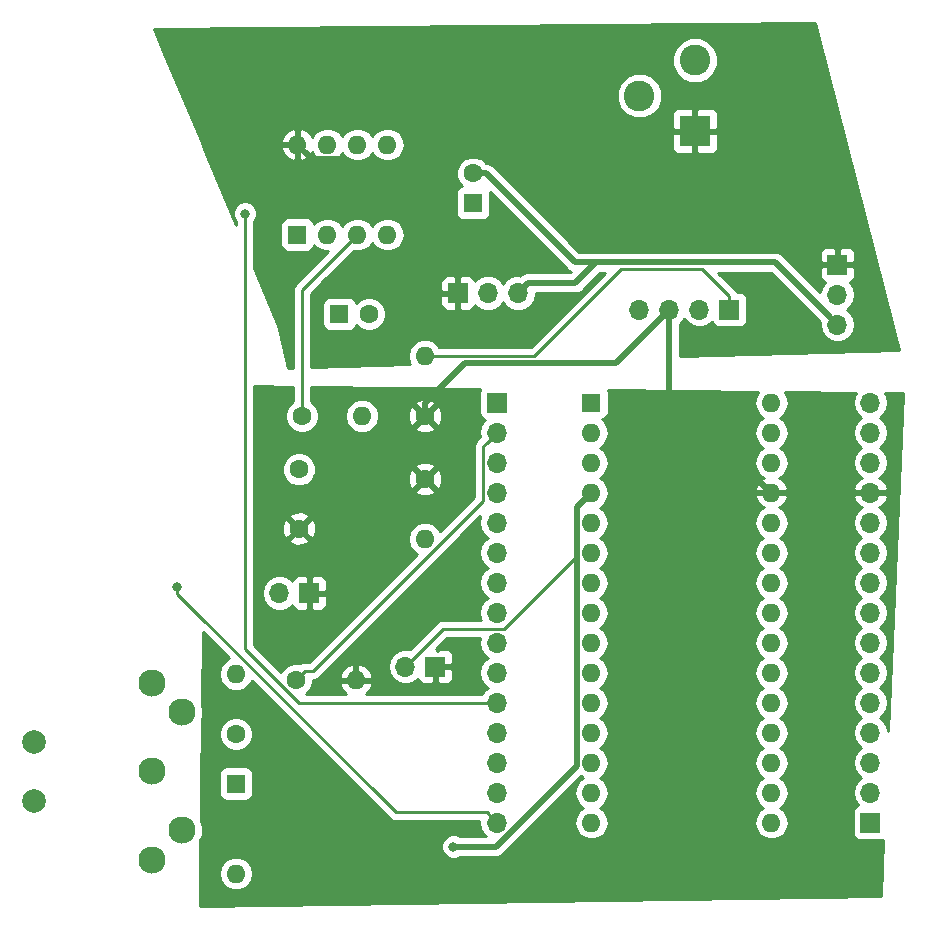
<source format=gbr>
G04 #@! TF.GenerationSoftware,KiCad,Pcbnew,(5.0.1)-rc2*
G04 #@! TF.CreationDate,2018-12-18T19:29:48-05:00*
G04 #@! TF.ProjectId,midi2cv,6D6964693263762E6B696361645F7063,rev?*
G04 #@! TF.SameCoordinates,Original*
G04 #@! TF.FileFunction,Copper,L2,Bot,Signal*
G04 #@! TF.FilePolarity,Positive*
%FSLAX46Y46*%
G04 Gerber Fmt 4.6, Leading zero omitted, Abs format (unit mm)*
G04 Created by KiCad (PCBNEW (5.0.1)-rc2) date 12/18/2018 7:29:48 PM*
%MOMM*%
%LPD*%
G01*
G04 APERTURE LIST*
G04 #@! TA.AperFunction,ComponentPad*
%ADD10O,1.700000X1.700000*%
G04 #@! TD*
G04 #@! TA.AperFunction,ComponentPad*
%ADD11R,1.700000X1.700000*%
G04 #@! TD*
G04 #@! TA.AperFunction,ComponentPad*
%ADD12R,2.600000X2.600000*%
G04 #@! TD*
G04 #@! TA.AperFunction,ComponentPad*
%ADD13C,2.600000*%
G04 #@! TD*
G04 #@! TA.AperFunction,ComponentPad*
%ADD14C,2.300000*%
G04 #@! TD*
G04 #@! TA.AperFunction,ComponentPad*
%ADD15C,2.000000*%
G04 #@! TD*
G04 #@! TA.AperFunction,ComponentPad*
%ADD16R,1.600000X1.600000*%
G04 #@! TD*
G04 #@! TA.AperFunction,ComponentPad*
%ADD17O,1.600000X1.600000*%
G04 #@! TD*
G04 #@! TA.AperFunction,ComponentPad*
%ADD18C,1.600000*%
G04 #@! TD*
G04 #@! TA.AperFunction,ViaPad*
%ADD19C,0.800000*%
G04 #@! TD*
G04 #@! TA.AperFunction,Conductor*
%ADD20C,0.254000*%
G04 #@! TD*
G04 #@! TA.AperFunction,Conductor*
%ADD21C,0.508000*%
G04 #@! TD*
G04 APERTURE END LIST*
D10*
G04 #@! TO.P,J12,2*
G04 #@! TO.N,GND*
X160655000Y-100457000D03*
D11*
G04 #@! TO.P,J12,1*
G04 #@! TO.N,+5V*
X163195000Y-100457000D03*
G04 #@! TD*
G04 #@! TO.P,J11,1*
G04 #@! TO.N,+5V*
X152527000Y-94234000D03*
D10*
G04 #@! TO.P,J11,2*
G04 #@! TO.N,GND*
X149987000Y-94234000D03*
G04 #@! TD*
D11*
G04 #@! TO.P,J10,1*
G04 #@! TO.N,+9V*
X165100000Y-68834000D03*
D10*
G04 #@! TO.P,J10,2*
G04 #@! TO.N,GND*
X167640000Y-68834000D03*
G04 #@! TO.P,J10,3*
G04 #@! TO.N,-9V*
X170180000Y-68834000D03*
G04 #@! TD*
D12*
G04 #@! TO.P,J9,1*
G04 #@! TO.N,+9V*
X185166000Y-55118000D03*
D13*
G04 #@! TO.P,J9,2*
G04 #@! TO.N,GND*
X185166000Y-49118000D03*
G04 #@! TO.P,J9,3*
G04 #@! TO.N,N/C*
X180466000Y-52118000D03*
G04 #@! TD*
D14*
G04 #@! TO.P,J4,5*
G04 #@! TO.N,Net-(D1-Pad2)*
X141692000Y-104340000D03*
D15*
G04 #@! TO.P,J4,*
G04 #@! TO.N,*
X129192000Y-111840000D03*
D14*
G04 #@! TO.P,J4,3*
G04 #@! TO.N,Net-(J4-Pad3)*
X139192000Y-101840000D03*
G04 #@! TO.P,J4,2*
G04 #@! TO.N,Net-(J4-Pad2)*
X139192000Y-109340000D03*
G04 #@! TO.P,J4,1*
G04 #@! TO.N,Net-(J4-Pad1)*
X139192000Y-116840000D03*
G04 #@! TO.P,J4,4*
G04 #@! TO.N,Net-(J4-Pad4)*
X141692000Y-114340000D03*
D15*
G04 #@! TO.P,J4,*
G04 #@! TO.N,*
X129192000Y-106840000D03*
G04 #@! TD*
D16*
G04 #@! TO.P,A1,1*
G04 #@! TO.N,Net-(A1-Pad1)*
X176403000Y-78105000D03*
D17*
G04 #@! TO.P,A1,17*
G04 #@! TO.N,Net-(A1-Pad17)*
X191643000Y-111125000D03*
G04 #@! TO.P,A1,2*
G04 #@! TO.N,Midi_In*
X176403000Y-80645000D03*
G04 #@! TO.P,A1,18*
G04 #@! TO.N,Net-(A1-Pad18)*
X191643000Y-108585000D03*
G04 #@! TO.P,A1,3*
G04 #@! TO.N,Net-(A1-Pad3)*
X176403000Y-83185000D03*
G04 #@! TO.P,A1,19*
G04 #@! TO.N,Net-(A1-Pad19)*
X191643000Y-106045000D03*
G04 #@! TO.P,A1,4*
G04 #@! TO.N,GND*
X176403000Y-85725000D03*
G04 #@! TO.P,A1,20*
G04 #@! TO.N,Net-(A1-Pad20)*
X191643000Y-103505000D03*
G04 #@! TO.P,A1,5*
G04 #@! TO.N,Net-(A1-Pad5)*
X176403000Y-88265000D03*
G04 #@! TO.P,A1,21*
G04 #@! TO.N,Net-(A1-Pad21)*
X191643000Y-100965000D03*
G04 #@! TO.P,A1,6*
G04 #@! TO.N,Net-(A1-Pad6)*
X176403000Y-90805000D03*
G04 #@! TO.P,A1,22*
G04 #@! TO.N,Net-(A1-Pad22)*
X191643000Y-98425000D03*
G04 #@! TO.P,A1,7*
G04 #@! TO.N,Net-(A1-Pad7)*
X176403000Y-93345000D03*
G04 #@! TO.P,A1,23*
G04 #@! TO.N,SDA*
X191643000Y-95885000D03*
G04 #@! TO.P,A1,8*
G04 #@! TO.N,Net-(A1-Pad8)*
X176403000Y-95885000D03*
G04 #@! TO.P,A1,24*
G04 #@! TO.N,SCL*
X191643000Y-93345000D03*
G04 #@! TO.P,A1,9*
G04 #@! TO.N,Net-(A1-Pad9)*
X176403000Y-98425000D03*
G04 #@! TO.P,A1,25*
G04 #@! TO.N,Net-(A1-Pad25)*
X191643000Y-90805000D03*
G04 #@! TO.P,A1,10*
G04 #@! TO.N,Net-(A1-Pad10)*
X176403000Y-100965000D03*
G04 #@! TO.P,A1,26*
G04 #@! TO.N,Net-(A1-Pad26)*
X191643000Y-88265000D03*
G04 #@! TO.P,A1,11*
G04 #@! TO.N,Tune_In*
X176403000Y-103505000D03*
G04 #@! TO.P,A1,27*
G04 #@! TO.N,+5V*
X191643000Y-85725000D03*
G04 #@! TO.P,A1,12*
G04 #@! TO.N,Net-(A1-Pad12)*
X176403000Y-106045000D03*
G04 #@! TO.P,A1,28*
G04 #@! TO.N,Net-(A1-Pad28)*
X191643000Y-83185000D03*
G04 #@! TO.P,A1,13*
G04 #@! TO.N,Net-(A1-Pad13)*
X176403000Y-108585000D03*
G04 #@! TO.P,A1,29*
G04 #@! TO.N,GND*
X191643000Y-80645000D03*
G04 #@! TO.P,A1,14*
G04 #@! TO.N,Net-(A1-Pad14)*
X176403000Y-111125000D03*
G04 #@! TO.P,A1,30*
G04 #@! TO.N,+9V*
X191643000Y-78105000D03*
G04 #@! TO.P,A1,15*
G04 #@! TO.N,GateOut*
X176403000Y-113665000D03*
G04 #@! TO.P,A1,16*
G04 #@! TO.N,Net-(A1-Pad16)*
X191643000Y-113665000D03*
G04 #@! TD*
D16*
G04 #@! TO.P,C1,1*
G04 #@! TO.N,GND*
X166370000Y-61214000D03*
D18*
G04 #@! TO.P,C1,2*
G04 #@! TO.N,-9V*
X166370000Y-58714000D03*
G04 #@! TD*
G04 #@! TO.P,C2,2*
G04 #@! TO.N,Net-(C2-Pad2)*
X157567000Y-70612000D03*
D16*
G04 #@! TO.P,C2,1*
G04 #@! TO.N,Net-(C2-Pad1)*
X155067000Y-70612000D03*
G04 #@! TD*
D18*
G04 #@! TO.P,C3,1*
G04 #@! TO.N,+5V*
X151638000Y-88773000D03*
G04 #@! TO.P,C3,2*
G04 #@! TO.N,GND*
X151638000Y-83773000D03*
G04 #@! TD*
D16*
G04 #@! TO.P,D1,1*
G04 #@! TO.N,Net-(D1-Pad1)*
X146304000Y-110363000D03*
D17*
G04 #@! TO.P,D1,2*
G04 #@! TO.N,Net-(D1-Pad2)*
X146304000Y-117983000D03*
G04 #@! TD*
D10*
G04 #@! TO.P,J5,15*
G04 #@! TO.N,GateOut*
X168402000Y-113665000D03*
G04 #@! TO.P,J5,14*
G04 #@! TO.N,Net-(A1-Pad14)*
X168402000Y-111125000D03*
G04 #@! TO.P,J5,13*
G04 #@! TO.N,Net-(A1-Pad13)*
X168402000Y-108585000D03*
G04 #@! TO.P,J5,12*
G04 #@! TO.N,Net-(A1-Pad12)*
X168402000Y-106045000D03*
G04 #@! TO.P,J5,11*
G04 #@! TO.N,Tune_In*
X168402000Y-103505000D03*
G04 #@! TO.P,J5,10*
G04 #@! TO.N,Net-(A1-Pad10)*
X168402000Y-100965000D03*
G04 #@! TO.P,J5,9*
G04 #@! TO.N,Net-(A1-Pad9)*
X168402000Y-98425000D03*
G04 #@! TO.P,J5,8*
G04 #@! TO.N,Net-(A1-Pad8)*
X168402000Y-95885000D03*
G04 #@! TO.P,J5,7*
G04 #@! TO.N,Net-(A1-Pad7)*
X168402000Y-93345000D03*
G04 #@! TO.P,J5,6*
G04 #@! TO.N,Net-(A1-Pad6)*
X168402000Y-90805000D03*
G04 #@! TO.P,J5,5*
G04 #@! TO.N,Net-(A1-Pad5)*
X168402000Y-88265000D03*
G04 #@! TO.P,J5,4*
G04 #@! TO.N,GND*
X168402000Y-85725000D03*
G04 #@! TO.P,J5,3*
G04 #@! TO.N,Net-(A1-Pad3)*
X168402000Y-83185000D03*
G04 #@! TO.P,J5,2*
G04 #@! TO.N,Midi_In*
X168402000Y-80645000D03*
D11*
G04 #@! TO.P,J5,1*
G04 #@! TO.N,Net-(A1-Pad1)*
X168402000Y-78105000D03*
G04 #@! TD*
G04 #@! TO.P,J6,1*
G04 #@! TO.N,SCL*
X188087000Y-70231000D03*
D10*
G04 #@! TO.P,J6,2*
G04 #@! TO.N,SDA*
X185547000Y-70231000D03*
G04 #@! TO.P,J6,3*
G04 #@! TO.N,+5V*
X183007000Y-70231000D03*
G04 #@! TO.P,J6,4*
G04 #@! TO.N,GND*
X180467000Y-70231000D03*
G04 #@! TD*
D11*
G04 #@! TO.P,J7,1*
G04 #@! TO.N,Net-(A1-Pad16)*
X200025000Y-113665000D03*
D10*
G04 #@! TO.P,J7,2*
G04 #@! TO.N,Net-(A1-Pad17)*
X200025000Y-111125000D03*
G04 #@! TO.P,J7,3*
G04 #@! TO.N,Net-(A1-Pad18)*
X200025000Y-108585000D03*
G04 #@! TO.P,J7,4*
G04 #@! TO.N,Net-(A1-Pad19)*
X200025000Y-106045000D03*
G04 #@! TO.P,J7,5*
G04 #@! TO.N,Net-(A1-Pad20)*
X200025000Y-103505000D03*
G04 #@! TO.P,J7,6*
G04 #@! TO.N,Net-(A1-Pad21)*
X200025000Y-100965000D03*
G04 #@! TO.P,J7,7*
G04 #@! TO.N,Net-(A1-Pad22)*
X200025000Y-98425000D03*
G04 #@! TO.P,J7,8*
G04 #@! TO.N,SDA*
X200025000Y-95885000D03*
G04 #@! TO.P,J7,9*
G04 #@! TO.N,SCL*
X200025000Y-93345000D03*
G04 #@! TO.P,J7,10*
G04 #@! TO.N,Net-(A1-Pad25)*
X200025000Y-90805000D03*
G04 #@! TO.P,J7,11*
G04 #@! TO.N,Net-(A1-Pad26)*
X200025000Y-88265000D03*
G04 #@! TO.P,J7,12*
G04 #@! TO.N,+5V*
X200025000Y-85725000D03*
G04 #@! TO.P,J7,13*
G04 #@! TO.N,Net-(A1-Pad28)*
X200025000Y-83185000D03*
G04 #@! TO.P,J7,14*
G04 #@! TO.N,GND*
X200025000Y-80645000D03*
G04 #@! TO.P,J7,15*
G04 #@! TO.N,+9V*
X200025000Y-78105000D03*
G04 #@! TD*
D11*
G04 #@! TO.P,J8,1*
G04 #@! TO.N,+9V*
X197231000Y-66421000D03*
D10*
G04 #@! TO.P,J8,2*
G04 #@! TO.N,GND*
X197231000Y-68961000D03*
G04 #@! TO.P,J8,3*
G04 #@! TO.N,-9V*
X197231000Y-71501000D03*
G04 #@! TD*
D18*
G04 #@! TO.P,R1,1*
G04 #@! TO.N,Net-(D1-Pad1)*
X146304000Y-106172000D03*
D17*
G04 #@! TO.P,R1,2*
G04 #@! TO.N,Net-(J4-Pad4)*
X146304000Y-101092000D03*
G04 #@! TD*
D18*
G04 #@! TO.P,R2,1*
G04 #@! TO.N,Midi_In*
X151384000Y-101600000D03*
D17*
G04 #@! TO.P,R2,2*
G04 #@! TO.N,+5V*
X156464000Y-101600000D03*
G04 #@! TD*
D18*
G04 #@! TO.P,R3,1*
G04 #@! TO.N,+5V*
X162306000Y-84582000D03*
D17*
G04 #@! TO.P,R3,2*
G04 #@! TO.N,SDA*
X162306000Y-89662000D03*
G04 #@! TD*
G04 #@! TO.P,R4,2*
G04 #@! TO.N,Net-(R4-Pad2)*
X156972000Y-79248000D03*
D18*
G04 #@! TO.P,R4,1*
G04 #@! TO.N,GND*
X151892000Y-79248000D03*
G04 #@! TD*
D17*
G04 #@! TO.P,R5,2*
G04 #@! TO.N,SCL*
X162306000Y-74168000D03*
D18*
G04 #@! TO.P,R5,1*
G04 #@! TO.N,+5V*
X162306000Y-79248000D03*
G04 #@! TD*
D16*
G04 #@! TO.P,U2,1*
G04 #@! TO.N,Net-(U2-Pad1)*
X151511000Y-63881000D03*
D17*
G04 #@! TO.P,U2,5*
G04 #@! TO.N,-9V*
X159131000Y-56261000D03*
G04 #@! TO.P,U2,2*
G04 #@! TO.N,Net-(C2-Pad1)*
X154051000Y-63881000D03*
G04 #@! TO.P,U2,6*
G04 #@! TO.N,Net-(U2-Pad6)*
X156591000Y-56261000D03*
G04 #@! TO.P,U2,3*
G04 #@! TO.N,GND*
X156591000Y-63881000D03*
G04 #@! TO.P,U2,7*
G04 #@! TO.N,Net-(U2-Pad7)*
X154051000Y-56261000D03*
G04 #@! TO.P,U2,4*
G04 #@! TO.N,Net-(C2-Pad2)*
X159131000Y-63881000D03*
G04 #@! TO.P,U2,8*
G04 #@! TO.N,+9V*
X151511000Y-56261000D03*
G04 #@! TD*
D19*
G04 #@! TO.N,GND*
X164719000Y-115697000D03*
G04 #@! TO.N,Tune_In*
X147066000Y-62103000D03*
G04 #@! TO.N,GateOut*
X141351000Y-93726000D03*
G04 #@! TD*
D20*
G04 #@! TO.N,Midi_In*
X167552001Y-81494999D02*
X168402000Y-80645000D01*
X167224999Y-81822001D02*
X167552001Y-81494999D01*
X167224999Y-86410963D02*
X167224999Y-81822001D01*
X152835961Y-100800001D02*
X167224999Y-86410963D01*
X152183999Y-100800001D02*
X152835961Y-100800001D01*
X151384000Y-101600000D02*
X152183999Y-100800001D01*
D21*
G04 #@! TO.N,GND*
X175148999Y-108847923D02*
X168299922Y-115697000D01*
X176403000Y-85725000D02*
X175148999Y-86979001D01*
X168299922Y-115697000D02*
X164719000Y-115697000D01*
X164719000Y-115697000D02*
X164719000Y-115697000D01*
D20*
X151892000Y-68580000D02*
X151892000Y-79248000D01*
X156591000Y-63881000D02*
X151892000Y-68580000D01*
X168960000Y-97247999D02*
X175148999Y-91059000D01*
X163864001Y-97247999D02*
X168960000Y-97247999D01*
X160655000Y-100457000D02*
X163864001Y-97247999D01*
D21*
X175148999Y-86979001D02*
X175148999Y-91059000D01*
X175148999Y-91059000D02*
X175148999Y-108847923D01*
D20*
G04 #@! TO.N,SCL*
X188087000Y-69127000D02*
X188087000Y-70231000D01*
X185762000Y-66802000D02*
X188087000Y-69127000D01*
X178943000Y-66802000D02*
X185762000Y-66802000D01*
X171577000Y-74168000D02*
X178943000Y-66802000D01*
X162306000Y-74168000D02*
X171577000Y-74168000D01*
G04 #@! TO.N,Tune_In*
X151621038Y-103505000D02*
X147066000Y-98949962D01*
X168402000Y-103505000D02*
X151621038Y-103505000D01*
X147066000Y-98949962D02*
X147066000Y-62103000D01*
X147066000Y-62103000D02*
X147066000Y-62103000D01*
D21*
G04 #@! TO.N,+5V*
X183007000Y-77089000D02*
X183007000Y-70231000D01*
X191643000Y-85725000D02*
X183007000Y-77089000D01*
X182157001Y-71080999D02*
X183007000Y-70231000D01*
X178488990Y-74749010D02*
X182157001Y-71080999D01*
X165673620Y-74749010D02*
X178488990Y-74749010D01*
X162306000Y-78116630D02*
X165673620Y-74749010D01*
X162306000Y-79248000D02*
X162306000Y-78116630D01*
D20*
X161506001Y-85381999D02*
X162306000Y-84582000D01*
X157315001Y-89572999D02*
X161506001Y-85381999D01*
X152437999Y-89572999D02*
X157315001Y-89572999D01*
X151638000Y-88773000D02*
X152437999Y-89572999D01*
D21*
G04 #@! TO.N,+9V*
X152310999Y-57060999D02*
X151511000Y-56261000D01*
X152765001Y-57515001D02*
X152310999Y-57060999D01*
X155139001Y-57515001D02*
X152765001Y-57515001D01*
X165100000Y-67476000D02*
X155139001Y-57515001D01*
X165100000Y-68834000D02*
X165100000Y-67476000D01*
D20*
G04 #@! TO.N,GateOut*
X141351000Y-93726000D02*
X141224000Y-93599000D01*
X141351000Y-94291685D02*
X141351000Y-93726000D01*
X159874316Y-112815001D02*
X141351000Y-94291685D01*
X167552001Y-112815001D02*
X159874316Y-112815001D01*
X168402000Y-113665000D02*
X167552001Y-112815001D01*
D21*
G04 #@! TO.N,-9V*
X196381001Y-70651001D02*
X197231000Y-71501000D01*
X191950990Y-66220990D02*
X196381001Y-70651001D01*
X167501370Y-58714000D02*
X175008360Y-66220990D01*
X166370000Y-58714000D02*
X167501370Y-58714000D01*
X175020989Y-67984001D02*
X176784000Y-66220990D01*
X171029999Y-67984001D02*
X175020989Y-67984001D01*
X170180000Y-68834000D02*
X171029999Y-67984001D01*
X175008360Y-66220990D02*
X176784000Y-66220990D01*
X176784000Y-66220990D02*
X191950990Y-66220990D01*
G04 #@! TD*
D20*
G04 #@! TO.N,+9V*
G36*
X202402821Y-73664704D02*
X183896000Y-74207691D01*
X183896000Y-71422983D01*
X184077625Y-71301625D01*
X184277000Y-71003239D01*
X184476375Y-71301625D01*
X184967582Y-71629839D01*
X185400744Y-71716000D01*
X185693256Y-71716000D01*
X186126418Y-71629839D01*
X186617625Y-71301625D01*
X186629816Y-71283381D01*
X186638843Y-71328765D01*
X186779191Y-71538809D01*
X186989235Y-71679157D01*
X187237000Y-71728440D01*
X188937000Y-71728440D01*
X189184765Y-71679157D01*
X189394809Y-71538809D01*
X189535157Y-71328765D01*
X189584440Y-71081000D01*
X189584440Y-69381000D01*
X189535157Y-69133235D01*
X189394809Y-68923191D01*
X189184765Y-68782843D01*
X188937000Y-68733560D01*
X188740561Y-68733560D01*
X188636371Y-68577629D01*
X188572750Y-68535119D01*
X187147620Y-67109990D01*
X191582755Y-67109990D01*
X195759523Y-71286759D01*
X195716908Y-71501000D01*
X195832161Y-72080418D01*
X196160375Y-72571625D01*
X196651582Y-72899839D01*
X197084744Y-72986000D01*
X197377256Y-72986000D01*
X197810418Y-72899839D01*
X198301625Y-72571625D01*
X198629839Y-72080418D01*
X198745092Y-71501000D01*
X198629839Y-70921582D01*
X198301625Y-70430375D01*
X198003239Y-70231000D01*
X198301625Y-70031625D01*
X198629839Y-69540418D01*
X198745092Y-68961000D01*
X198629839Y-68381582D01*
X198301625Y-67890375D01*
X198279967Y-67875904D01*
X198440698Y-67809327D01*
X198619327Y-67630699D01*
X198716000Y-67397310D01*
X198716000Y-66706750D01*
X198557250Y-66548000D01*
X197358000Y-66548000D01*
X197358000Y-66568000D01*
X197104000Y-66568000D01*
X197104000Y-66548000D01*
X195904750Y-66548000D01*
X195746000Y-66706750D01*
X195746000Y-67397310D01*
X195842673Y-67630699D01*
X196021302Y-67809327D01*
X196182033Y-67875904D01*
X196160375Y-67890375D01*
X195832161Y-68381582D01*
X195755288Y-68768052D01*
X192641521Y-65654286D01*
X192591923Y-65580057D01*
X192389332Y-65444690D01*
X195746000Y-65444690D01*
X195746000Y-66135250D01*
X195904750Y-66294000D01*
X197104000Y-66294000D01*
X197104000Y-65094750D01*
X197358000Y-65094750D01*
X197358000Y-66294000D01*
X198557250Y-66294000D01*
X198716000Y-66135250D01*
X198716000Y-65444690D01*
X198619327Y-65211301D01*
X198440698Y-65032673D01*
X198207309Y-64936000D01*
X197516750Y-64936000D01*
X197358000Y-65094750D01*
X197104000Y-65094750D01*
X196945250Y-64936000D01*
X196254691Y-64936000D01*
X196021302Y-65032673D01*
X195842673Y-65211301D01*
X195746000Y-65444690D01*
X192389332Y-65444690D01*
X192297860Y-65383571D01*
X192038546Y-65331990D01*
X192038545Y-65331990D01*
X191950990Y-65314574D01*
X191863435Y-65331990D01*
X176871554Y-65331990D01*
X176783999Y-65314574D01*
X176696444Y-65331990D01*
X175376596Y-65331990D01*
X168191901Y-58147296D01*
X168142303Y-58073067D01*
X167848240Y-57876581D01*
X167588926Y-57825000D01*
X167588925Y-57825000D01*
X167501370Y-57807584D01*
X167494372Y-57808976D01*
X167182862Y-57497466D01*
X166655439Y-57279000D01*
X166084561Y-57279000D01*
X165557138Y-57497466D01*
X165153466Y-57901138D01*
X164935000Y-58428561D01*
X164935000Y-58999439D01*
X165153466Y-59526862D01*
X165422503Y-59795899D01*
X165322235Y-59815843D01*
X165112191Y-59956191D01*
X164971843Y-60166235D01*
X164922560Y-60414000D01*
X164922560Y-62014000D01*
X164971843Y-62261765D01*
X165112191Y-62471809D01*
X165322235Y-62612157D01*
X165570000Y-62661440D01*
X167170000Y-62661440D01*
X167417765Y-62612157D01*
X167627809Y-62471809D01*
X167768157Y-62261765D01*
X167817440Y-62014000D01*
X167817440Y-60414000D01*
X167785982Y-60255847D01*
X174317830Y-66787696D01*
X174367427Y-66861923D01*
X174661490Y-67058409D01*
X174684724Y-67063031D01*
X174652754Y-67095001D01*
X171117553Y-67095001D01*
X171029998Y-67077585D01*
X170942443Y-67095001D01*
X170683129Y-67146582D01*
X170389066Y-67343068D01*
X170378199Y-67359332D01*
X170326256Y-67349000D01*
X170033744Y-67349000D01*
X169600582Y-67435161D01*
X169109375Y-67763375D01*
X168910000Y-68061761D01*
X168710625Y-67763375D01*
X168219418Y-67435161D01*
X167786256Y-67349000D01*
X167493744Y-67349000D01*
X167060582Y-67435161D01*
X166569375Y-67763375D01*
X166554904Y-67785033D01*
X166488327Y-67624302D01*
X166309699Y-67445673D01*
X166076310Y-67349000D01*
X165385750Y-67349000D01*
X165227000Y-67507750D01*
X165227000Y-68707000D01*
X165247000Y-68707000D01*
X165247000Y-68961000D01*
X165227000Y-68961000D01*
X165227000Y-70160250D01*
X165385750Y-70319000D01*
X166076310Y-70319000D01*
X166309699Y-70222327D01*
X166488327Y-70043698D01*
X166554904Y-69882967D01*
X166569375Y-69904625D01*
X167060582Y-70232839D01*
X167493744Y-70319000D01*
X167786256Y-70319000D01*
X168219418Y-70232839D01*
X168710625Y-69904625D01*
X168910000Y-69606239D01*
X169109375Y-69904625D01*
X169600582Y-70232839D01*
X170033744Y-70319000D01*
X170326256Y-70319000D01*
X170759418Y-70232839D01*
X171250625Y-69904625D01*
X171578839Y-69413418D01*
X171686334Y-68873001D01*
X174933434Y-68873001D01*
X175020989Y-68890417D01*
X175108544Y-68873001D01*
X175108545Y-68873001D01*
X175367859Y-68821420D01*
X175661922Y-68624934D01*
X175711520Y-68550705D01*
X177152236Y-67109990D01*
X177557379Y-67109990D01*
X171261370Y-73406000D01*
X163522707Y-73406000D01*
X163340577Y-73133423D01*
X162865909Y-72816260D01*
X162447333Y-72733000D01*
X162164667Y-72733000D01*
X161746091Y-72816260D01*
X161271423Y-73133423D01*
X160954260Y-73608091D01*
X160842887Y-74168000D01*
X160954260Y-74727909D01*
X161054453Y-74877859D01*
X152654000Y-75124327D01*
X152654000Y-69812000D01*
X153619560Y-69812000D01*
X153619560Y-71412000D01*
X153668843Y-71659765D01*
X153809191Y-71869809D01*
X154019235Y-72010157D01*
X154267000Y-72059440D01*
X155867000Y-72059440D01*
X156114765Y-72010157D01*
X156324809Y-71869809D01*
X156465157Y-71659765D01*
X156485101Y-71559497D01*
X156754138Y-71828534D01*
X157281561Y-72047000D01*
X157852439Y-72047000D01*
X158379862Y-71828534D01*
X158783534Y-71424862D01*
X159002000Y-70897439D01*
X159002000Y-70326561D01*
X158783534Y-69799138D01*
X158379862Y-69395466D01*
X157852439Y-69177000D01*
X157281561Y-69177000D01*
X156754138Y-69395466D01*
X156485101Y-69664503D01*
X156465157Y-69564235D01*
X156324809Y-69354191D01*
X156114765Y-69213843D01*
X155867000Y-69164560D01*
X154267000Y-69164560D01*
X154019235Y-69213843D01*
X153809191Y-69354191D01*
X153668843Y-69564235D01*
X153619560Y-69812000D01*
X152654000Y-69812000D01*
X152654000Y-69119750D01*
X163615000Y-69119750D01*
X163615000Y-69810309D01*
X163711673Y-70043698D01*
X163890301Y-70222327D01*
X164123690Y-70319000D01*
X164814250Y-70319000D01*
X164973000Y-70160250D01*
X164973000Y-68961000D01*
X163773750Y-68961000D01*
X163615000Y-69119750D01*
X152654000Y-69119750D01*
X152654000Y-68895630D01*
X153691939Y-67857691D01*
X163615000Y-67857691D01*
X163615000Y-68548250D01*
X163773750Y-68707000D01*
X164973000Y-68707000D01*
X164973000Y-67507750D01*
X164814250Y-67349000D01*
X164123690Y-67349000D01*
X163890301Y-67445673D01*
X163711673Y-67624302D01*
X163615000Y-67857691D01*
X153691939Y-67857691D01*
X156269474Y-65280157D01*
X156449667Y-65316000D01*
X156732333Y-65316000D01*
X157150909Y-65232740D01*
X157625577Y-64915577D01*
X157861000Y-64563242D01*
X158096423Y-64915577D01*
X158571091Y-65232740D01*
X158989667Y-65316000D01*
X159272333Y-65316000D01*
X159690909Y-65232740D01*
X160165577Y-64915577D01*
X160482740Y-64440909D01*
X160594113Y-63881000D01*
X160482740Y-63321091D01*
X160165577Y-62846423D01*
X159690909Y-62529260D01*
X159272333Y-62446000D01*
X158989667Y-62446000D01*
X158571091Y-62529260D01*
X158096423Y-62846423D01*
X157861000Y-63198758D01*
X157625577Y-62846423D01*
X157150909Y-62529260D01*
X156732333Y-62446000D01*
X156449667Y-62446000D01*
X156031091Y-62529260D01*
X155556423Y-62846423D01*
X155321000Y-63198758D01*
X155085577Y-62846423D01*
X154610909Y-62529260D01*
X154192333Y-62446000D01*
X153909667Y-62446000D01*
X153491091Y-62529260D01*
X153016423Y-62846423D01*
X152935785Y-62967106D01*
X152909157Y-62833235D01*
X152768809Y-62623191D01*
X152558765Y-62482843D01*
X152311000Y-62433560D01*
X150711000Y-62433560D01*
X150463235Y-62482843D01*
X150253191Y-62623191D01*
X150112843Y-62833235D01*
X150063560Y-63081000D01*
X150063560Y-64681000D01*
X150112843Y-64928765D01*
X150253191Y-65138809D01*
X150463235Y-65279157D01*
X150711000Y-65328440D01*
X152311000Y-65328440D01*
X152558765Y-65279157D01*
X152768809Y-65138809D01*
X152909157Y-64928765D01*
X152935785Y-64794894D01*
X153016423Y-64915577D01*
X153491091Y-65232740D01*
X153909667Y-65316000D01*
X154078369Y-65316000D01*
X151406253Y-67988117D01*
X151342629Y-68030629D01*
X151174212Y-68282684D01*
X151130000Y-68504953D01*
X151130000Y-68504957D01*
X151115073Y-68580000D01*
X151130000Y-68655043D01*
X151130001Y-75169041D01*
X150723204Y-75180976D01*
X149983976Y-71854450D01*
X149977179Y-71833030D01*
X147828000Y-66690352D01*
X147828000Y-62804711D01*
X147943431Y-62689280D01*
X148101000Y-62308874D01*
X148101000Y-61897126D01*
X147943431Y-61516720D01*
X147652280Y-61225569D01*
X147271874Y-61068000D01*
X146860126Y-61068000D01*
X146479720Y-61225569D01*
X146188569Y-61516720D01*
X146031000Y-61897126D01*
X146031000Y-62308874D01*
X146188569Y-62689280D01*
X146304001Y-62804712D01*
X146304001Y-63043640D01*
X143615333Y-56610041D01*
X150119086Y-56610041D01*
X150358611Y-57116134D01*
X150773577Y-57492041D01*
X151161961Y-57652904D01*
X151384000Y-57530915D01*
X151384000Y-56388000D01*
X150240371Y-56388000D01*
X150119086Y-56610041D01*
X143615333Y-56610041D01*
X143323598Y-55911959D01*
X150119086Y-55911959D01*
X150240371Y-56134000D01*
X151384000Y-56134000D01*
X151384000Y-54991085D01*
X151638000Y-54991085D01*
X151638000Y-56134000D01*
X151658000Y-56134000D01*
X151658000Y-56388000D01*
X151638000Y-56388000D01*
X151638000Y-57530915D01*
X151860039Y-57652904D01*
X152248423Y-57492041D01*
X152663389Y-57116134D01*
X152760053Y-56911892D01*
X153016423Y-57295577D01*
X153491091Y-57612740D01*
X153909667Y-57696000D01*
X154192333Y-57696000D01*
X154610909Y-57612740D01*
X155085577Y-57295577D01*
X155321000Y-56943242D01*
X155556423Y-57295577D01*
X156031091Y-57612740D01*
X156449667Y-57696000D01*
X156732333Y-57696000D01*
X157150909Y-57612740D01*
X157625577Y-57295577D01*
X157861000Y-56943242D01*
X158096423Y-57295577D01*
X158571091Y-57612740D01*
X158989667Y-57696000D01*
X159272333Y-57696000D01*
X159690909Y-57612740D01*
X160165577Y-57295577D01*
X160482740Y-56820909D01*
X160594113Y-56261000D01*
X160482740Y-55701091D01*
X160284064Y-55403750D01*
X183231000Y-55403750D01*
X183231000Y-56544310D01*
X183327673Y-56777699D01*
X183506302Y-56956327D01*
X183739691Y-57053000D01*
X184880250Y-57053000D01*
X185039000Y-56894250D01*
X185039000Y-55245000D01*
X185293000Y-55245000D01*
X185293000Y-56894250D01*
X185451750Y-57053000D01*
X186592309Y-57053000D01*
X186825698Y-56956327D01*
X187004327Y-56777699D01*
X187101000Y-56544310D01*
X187101000Y-55403750D01*
X186942250Y-55245000D01*
X185293000Y-55245000D01*
X185039000Y-55245000D01*
X183389750Y-55245000D01*
X183231000Y-55403750D01*
X160284064Y-55403750D01*
X160165577Y-55226423D01*
X159690909Y-54909260D01*
X159272333Y-54826000D01*
X158989667Y-54826000D01*
X158571091Y-54909260D01*
X158096423Y-55226423D01*
X157861000Y-55578758D01*
X157625577Y-55226423D01*
X157150909Y-54909260D01*
X156732333Y-54826000D01*
X156449667Y-54826000D01*
X156031091Y-54909260D01*
X155556423Y-55226423D01*
X155321000Y-55578758D01*
X155085577Y-55226423D01*
X154610909Y-54909260D01*
X154192333Y-54826000D01*
X153909667Y-54826000D01*
X153491091Y-54909260D01*
X153016423Y-55226423D01*
X152760053Y-55610108D01*
X152663389Y-55405866D01*
X152248423Y-55029959D01*
X151860039Y-54869096D01*
X151638000Y-54991085D01*
X151384000Y-54991085D01*
X151161961Y-54869096D01*
X150773577Y-55029959D01*
X150358611Y-55405866D01*
X150119086Y-55911959D01*
X143323598Y-55911959D01*
X141577211Y-51733105D01*
X178531000Y-51733105D01*
X178531000Y-52502895D01*
X178825586Y-53214090D01*
X179369910Y-53758414D01*
X180081105Y-54053000D01*
X180850895Y-54053000D01*
X181562090Y-53758414D01*
X181628814Y-53691690D01*
X183231000Y-53691690D01*
X183231000Y-54832250D01*
X183389750Y-54991000D01*
X185039000Y-54991000D01*
X185039000Y-53341750D01*
X185293000Y-53341750D01*
X185293000Y-54991000D01*
X186942250Y-54991000D01*
X187101000Y-54832250D01*
X187101000Y-53691690D01*
X187004327Y-53458301D01*
X186825698Y-53279673D01*
X186592309Y-53183000D01*
X185451750Y-53183000D01*
X185293000Y-53341750D01*
X185039000Y-53341750D01*
X184880250Y-53183000D01*
X183739691Y-53183000D01*
X183506302Y-53279673D01*
X183327673Y-53458301D01*
X183231000Y-53691690D01*
X181628814Y-53691690D01*
X182106414Y-53214090D01*
X182401000Y-52502895D01*
X182401000Y-51733105D01*
X182106414Y-51021910D01*
X181562090Y-50477586D01*
X180850895Y-50183000D01*
X180081105Y-50183000D01*
X179369910Y-50477586D01*
X178825586Y-51021910D01*
X178531000Y-51733105D01*
X141577211Y-51733105D01*
X140323480Y-48733105D01*
X183231000Y-48733105D01*
X183231000Y-49502895D01*
X183525586Y-50214090D01*
X184069910Y-50758414D01*
X184781105Y-51053000D01*
X185550895Y-51053000D01*
X186262090Y-50758414D01*
X186806414Y-50214090D01*
X187101000Y-49502895D01*
X187101000Y-48733105D01*
X186806414Y-48021910D01*
X186262090Y-47477586D01*
X185550895Y-47183000D01*
X184781105Y-47183000D01*
X184069910Y-47477586D01*
X183525586Y-48021910D01*
X183231000Y-48733105D01*
X140323480Y-48733105D01*
X139382004Y-46480290D01*
X195354506Y-45974895D01*
X202402821Y-73664704D01*
X202402821Y-73664704D01*
G37*
X202402821Y-73664704D02*
X183896000Y-74207691D01*
X183896000Y-71422983D01*
X184077625Y-71301625D01*
X184277000Y-71003239D01*
X184476375Y-71301625D01*
X184967582Y-71629839D01*
X185400744Y-71716000D01*
X185693256Y-71716000D01*
X186126418Y-71629839D01*
X186617625Y-71301625D01*
X186629816Y-71283381D01*
X186638843Y-71328765D01*
X186779191Y-71538809D01*
X186989235Y-71679157D01*
X187237000Y-71728440D01*
X188937000Y-71728440D01*
X189184765Y-71679157D01*
X189394809Y-71538809D01*
X189535157Y-71328765D01*
X189584440Y-71081000D01*
X189584440Y-69381000D01*
X189535157Y-69133235D01*
X189394809Y-68923191D01*
X189184765Y-68782843D01*
X188937000Y-68733560D01*
X188740561Y-68733560D01*
X188636371Y-68577629D01*
X188572750Y-68535119D01*
X187147620Y-67109990D01*
X191582755Y-67109990D01*
X195759523Y-71286759D01*
X195716908Y-71501000D01*
X195832161Y-72080418D01*
X196160375Y-72571625D01*
X196651582Y-72899839D01*
X197084744Y-72986000D01*
X197377256Y-72986000D01*
X197810418Y-72899839D01*
X198301625Y-72571625D01*
X198629839Y-72080418D01*
X198745092Y-71501000D01*
X198629839Y-70921582D01*
X198301625Y-70430375D01*
X198003239Y-70231000D01*
X198301625Y-70031625D01*
X198629839Y-69540418D01*
X198745092Y-68961000D01*
X198629839Y-68381582D01*
X198301625Y-67890375D01*
X198279967Y-67875904D01*
X198440698Y-67809327D01*
X198619327Y-67630699D01*
X198716000Y-67397310D01*
X198716000Y-66706750D01*
X198557250Y-66548000D01*
X197358000Y-66548000D01*
X197358000Y-66568000D01*
X197104000Y-66568000D01*
X197104000Y-66548000D01*
X195904750Y-66548000D01*
X195746000Y-66706750D01*
X195746000Y-67397310D01*
X195842673Y-67630699D01*
X196021302Y-67809327D01*
X196182033Y-67875904D01*
X196160375Y-67890375D01*
X195832161Y-68381582D01*
X195755288Y-68768052D01*
X192641521Y-65654286D01*
X192591923Y-65580057D01*
X192389332Y-65444690D01*
X195746000Y-65444690D01*
X195746000Y-66135250D01*
X195904750Y-66294000D01*
X197104000Y-66294000D01*
X197104000Y-65094750D01*
X197358000Y-65094750D01*
X197358000Y-66294000D01*
X198557250Y-66294000D01*
X198716000Y-66135250D01*
X198716000Y-65444690D01*
X198619327Y-65211301D01*
X198440698Y-65032673D01*
X198207309Y-64936000D01*
X197516750Y-64936000D01*
X197358000Y-65094750D01*
X197104000Y-65094750D01*
X196945250Y-64936000D01*
X196254691Y-64936000D01*
X196021302Y-65032673D01*
X195842673Y-65211301D01*
X195746000Y-65444690D01*
X192389332Y-65444690D01*
X192297860Y-65383571D01*
X192038546Y-65331990D01*
X192038545Y-65331990D01*
X191950990Y-65314574D01*
X191863435Y-65331990D01*
X176871554Y-65331990D01*
X176783999Y-65314574D01*
X176696444Y-65331990D01*
X175376596Y-65331990D01*
X168191901Y-58147296D01*
X168142303Y-58073067D01*
X167848240Y-57876581D01*
X167588926Y-57825000D01*
X167588925Y-57825000D01*
X167501370Y-57807584D01*
X167494372Y-57808976D01*
X167182862Y-57497466D01*
X166655439Y-57279000D01*
X166084561Y-57279000D01*
X165557138Y-57497466D01*
X165153466Y-57901138D01*
X164935000Y-58428561D01*
X164935000Y-58999439D01*
X165153466Y-59526862D01*
X165422503Y-59795899D01*
X165322235Y-59815843D01*
X165112191Y-59956191D01*
X164971843Y-60166235D01*
X164922560Y-60414000D01*
X164922560Y-62014000D01*
X164971843Y-62261765D01*
X165112191Y-62471809D01*
X165322235Y-62612157D01*
X165570000Y-62661440D01*
X167170000Y-62661440D01*
X167417765Y-62612157D01*
X167627809Y-62471809D01*
X167768157Y-62261765D01*
X167817440Y-62014000D01*
X167817440Y-60414000D01*
X167785982Y-60255847D01*
X174317830Y-66787696D01*
X174367427Y-66861923D01*
X174661490Y-67058409D01*
X174684724Y-67063031D01*
X174652754Y-67095001D01*
X171117553Y-67095001D01*
X171029998Y-67077585D01*
X170942443Y-67095001D01*
X170683129Y-67146582D01*
X170389066Y-67343068D01*
X170378199Y-67359332D01*
X170326256Y-67349000D01*
X170033744Y-67349000D01*
X169600582Y-67435161D01*
X169109375Y-67763375D01*
X168910000Y-68061761D01*
X168710625Y-67763375D01*
X168219418Y-67435161D01*
X167786256Y-67349000D01*
X167493744Y-67349000D01*
X167060582Y-67435161D01*
X166569375Y-67763375D01*
X166554904Y-67785033D01*
X166488327Y-67624302D01*
X166309699Y-67445673D01*
X166076310Y-67349000D01*
X165385750Y-67349000D01*
X165227000Y-67507750D01*
X165227000Y-68707000D01*
X165247000Y-68707000D01*
X165247000Y-68961000D01*
X165227000Y-68961000D01*
X165227000Y-70160250D01*
X165385750Y-70319000D01*
X166076310Y-70319000D01*
X166309699Y-70222327D01*
X166488327Y-70043698D01*
X166554904Y-69882967D01*
X166569375Y-69904625D01*
X167060582Y-70232839D01*
X167493744Y-70319000D01*
X167786256Y-70319000D01*
X168219418Y-70232839D01*
X168710625Y-69904625D01*
X168910000Y-69606239D01*
X169109375Y-69904625D01*
X169600582Y-70232839D01*
X170033744Y-70319000D01*
X170326256Y-70319000D01*
X170759418Y-70232839D01*
X171250625Y-69904625D01*
X171578839Y-69413418D01*
X171686334Y-68873001D01*
X174933434Y-68873001D01*
X175020989Y-68890417D01*
X175108544Y-68873001D01*
X175108545Y-68873001D01*
X175367859Y-68821420D01*
X175661922Y-68624934D01*
X175711520Y-68550705D01*
X177152236Y-67109990D01*
X177557379Y-67109990D01*
X171261370Y-73406000D01*
X163522707Y-73406000D01*
X163340577Y-73133423D01*
X162865909Y-72816260D01*
X162447333Y-72733000D01*
X162164667Y-72733000D01*
X161746091Y-72816260D01*
X161271423Y-73133423D01*
X160954260Y-73608091D01*
X160842887Y-74168000D01*
X160954260Y-74727909D01*
X161054453Y-74877859D01*
X152654000Y-75124327D01*
X152654000Y-69812000D01*
X153619560Y-69812000D01*
X153619560Y-71412000D01*
X153668843Y-71659765D01*
X153809191Y-71869809D01*
X154019235Y-72010157D01*
X154267000Y-72059440D01*
X155867000Y-72059440D01*
X156114765Y-72010157D01*
X156324809Y-71869809D01*
X156465157Y-71659765D01*
X156485101Y-71559497D01*
X156754138Y-71828534D01*
X157281561Y-72047000D01*
X157852439Y-72047000D01*
X158379862Y-71828534D01*
X158783534Y-71424862D01*
X159002000Y-70897439D01*
X159002000Y-70326561D01*
X158783534Y-69799138D01*
X158379862Y-69395466D01*
X157852439Y-69177000D01*
X157281561Y-69177000D01*
X156754138Y-69395466D01*
X156485101Y-69664503D01*
X156465157Y-69564235D01*
X156324809Y-69354191D01*
X156114765Y-69213843D01*
X155867000Y-69164560D01*
X154267000Y-69164560D01*
X154019235Y-69213843D01*
X153809191Y-69354191D01*
X153668843Y-69564235D01*
X153619560Y-69812000D01*
X152654000Y-69812000D01*
X152654000Y-69119750D01*
X163615000Y-69119750D01*
X163615000Y-69810309D01*
X163711673Y-70043698D01*
X163890301Y-70222327D01*
X164123690Y-70319000D01*
X164814250Y-70319000D01*
X164973000Y-70160250D01*
X164973000Y-68961000D01*
X163773750Y-68961000D01*
X163615000Y-69119750D01*
X152654000Y-69119750D01*
X152654000Y-68895630D01*
X153691939Y-67857691D01*
X163615000Y-67857691D01*
X163615000Y-68548250D01*
X163773750Y-68707000D01*
X164973000Y-68707000D01*
X164973000Y-67507750D01*
X164814250Y-67349000D01*
X164123690Y-67349000D01*
X163890301Y-67445673D01*
X163711673Y-67624302D01*
X163615000Y-67857691D01*
X153691939Y-67857691D01*
X156269474Y-65280157D01*
X156449667Y-65316000D01*
X156732333Y-65316000D01*
X157150909Y-65232740D01*
X157625577Y-64915577D01*
X157861000Y-64563242D01*
X158096423Y-64915577D01*
X158571091Y-65232740D01*
X158989667Y-65316000D01*
X159272333Y-65316000D01*
X159690909Y-65232740D01*
X160165577Y-64915577D01*
X160482740Y-64440909D01*
X160594113Y-63881000D01*
X160482740Y-63321091D01*
X160165577Y-62846423D01*
X159690909Y-62529260D01*
X159272333Y-62446000D01*
X158989667Y-62446000D01*
X158571091Y-62529260D01*
X158096423Y-62846423D01*
X157861000Y-63198758D01*
X157625577Y-62846423D01*
X157150909Y-62529260D01*
X156732333Y-62446000D01*
X156449667Y-62446000D01*
X156031091Y-62529260D01*
X155556423Y-62846423D01*
X155321000Y-63198758D01*
X155085577Y-62846423D01*
X154610909Y-62529260D01*
X154192333Y-62446000D01*
X153909667Y-62446000D01*
X153491091Y-62529260D01*
X153016423Y-62846423D01*
X152935785Y-62967106D01*
X152909157Y-62833235D01*
X152768809Y-62623191D01*
X152558765Y-62482843D01*
X152311000Y-62433560D01*
X150711000Y-62433560D01*
X150463235Y-62482843D01*
X150253191Y-62623191D01*
X150112843Y-62833235D01*
X150063560Y-63081000D01*
X150063560Y-64681000D01*
X150112843Y-64928765D01*
X150253191Y-65138809D01*
X150463235Y-65279157D01*
X150711000Y-65328440D01*
X152311000Y-65328440D01*
X152558765Y-65279157D01*
X152768809Y-65138809D01*
X152909157Y-64928765D01*
X152935785Y-64794894D01*
X153016423Y-64915577D01*
X153491091Y-65232740D01*
X153909667Y-65316000D01*
X154078369Y-65316000D01*
X151406253Y-67988117D01*
X151342629Y-68030629D01*
X151174212Y-68282684D01*
X151130000Y-68504953D01*
X151130000Y-68504957D01*
X151115073Y-68580000D01*
X151130000Y-68655043D01*
X151130001Y-75169041D01*
X150723204Y-75180976D01*
X149983976Y-71854450D01*
X149977179Y-71833030D01*
X147828000Y-66690352D01*
X147828000Y-62804711D01*
X147943431Y-62689280D01*
X148101000Y-62308874D01*
X148101000Y-61897126D01*
X147943431Y-61516720D01*
X147652280Y-61225569D01*
X147271874Y-61068000D01*
X146860126Y-61068000D01*
X146479720Y-61225569D01*
X146188569Y-61516720D01*
X146031000Y-61897126D01*
X146031000Y-62308874D01*
X146188569Y-62689280D01*
X146304001Y-62804712D01*
X146304001Y-63043640D01*
X143615333Y-56610041D01*
X150119086Y-56610041D01*
X150358611Y-57116134D01*
X150773577Y-57492041D01*
X151161961Y-57652904D01*
X151384000Y-57530915D01*
X151384000Y-56388000D01*
X150240371Y-56388000D01*
X150119086Y-56610041D01*
X143615333Y-56610041D01*
X143323598Y-55911959D01*
X150119086Y-55911959D01*
X150240371Y-56134000D01*
X151384000Y-56134000D01*
X151384000Y-54991085D01*
X151638000Y-54991085D01*
X151638000Y-56134000D01*
X151658000Y-56134000D01*
X151658000Y-56388000D01*
X151638000Y-56388000D01*
X151638000Y-57530915D01*
X151860039Y-57652904D01*
X152248423Y-57492041D01*
X152663389Y-57116134D01*
X152760053Y-56911892D01*
X153016423Y-57295577D01*
X153491091Y-57612740D01*
X153909667Y-57696000D01*
X154192333Y-57696000D01*
X154610909Y-57612740D01*
X155085577Y-57295577D01*
X155321000Y-56943242D01*
X155556423Y-57295577D01*
X156031091Y-57612740D01*
X156449667Y-57696000D01*
X156732333Y-57696000D01*
X157150909Y-57612740D01*
X157625577Y-57295577D01*
X157861000Y-56943242D01*
X158096423Y-57295577D01*
X158571091Y-57612740D01*
X158989667Y-57696000D01*
X159272333Y-57696000D01*
X159690909Y-57612740D01*
X160165577Y-57295577D01*
X160482740Y-56820909D01*
X160594113Y-56261000D01*
X160482740Y-55701091D01*
X160284064Y-55403750D01*
X183231000Y-55403750D01*
X183231000Y-56544310D01*
X183327673Y-56777699D01*
X183506302Y-56956327D01*
X183739691Y-57053000D01*
X184880250Y-57053000D01*
X185039000Y-56894250D01*
X185039000Y-55245000D01*
X185293000Y-55245000D01*
X185293000Y-56894250D01*
X185451750Y-57053000D01*
X186592309Y-57053000D01*
X186825698Y-56956327D01*
X187004327Y-56777699D01*
X187101000Y-56544310D01*
X187101000Y-55403750D01*
X186942250Y-55245000D01*
X185293000Y-55245000D01*
X185039000Y-55245000D01*
X183389750Y-55245000D01*
X183231000Y-55403750D01*
X160284064Y-55403750D01*
X160165577Y-55226423D01*
X159690909Y-54909260D01*
X159272333Y-54826000D01*
X158989667Y-54826000D01*
X158571091Y-54909260D01*
X158096423Y-55226423D01*
X157861000Y-55578758D01*
X157625577Y-55226423D01*
X157150909Y-54909260D01*
X156732333Y-54826000D01*
X156449667Y-54826000D01*
X156031091Y-54909260D01*
X155556423Y-55226423D01*
X155321000Y-55578758D01*
X155085577Y-55226423D01*
X154610909Y-54909260D01*
X154192333Y-54826000D01*
X153909667Y-54826000D01*
X153491091Y-54909260D01*
X153016423Y-55226423D01*
X152760053Y-55610108D01*
X152663389Y-55405866D01*
X152248423Y-55029959D01*
X151860039Y-54869096D01*
X151638000Y-54991085D01*
X151384000Y-54991085D01*
X151161961Y-54869096D01*
X150773577Y-55029959D01*
X150358611Y-55405866D01*
X150119086Y-55911959D01*
X143323598Y-55911959D01*
X141577211Y-51733105D01*
X178531000Y-51733105D01*
X178531000Y-52502895D01*
X178825586Y-53214090D01*
X179369910Y-53758414D01*
X180081105Y-54053000D01*
X180850895Y-54053000D01*
X181562090Y-53758414D01*
X181628814Y-53691690D01*
X183231000Y-53691690D01*
X183231000Y-54832250D01*
X183389750Y-54991000D01*
X185039000Y-54991000D01*
X185039000Y-53341750D01*
X185293000Y-53341750D01*
X185293000Y-54991000D01*
X186942250Y-54991000D01*
X187101000Y-54832250D01*
X187101000Y-53691690D01*
X187004327Y-53458301D01*
X186825698Y-53279673D01*
X186592309Y-53183000D01*
X185451750Y-53183000D01*
X185293000Y-53341750D01*
X185039000Y-53341750D01*
X184880250Y-53183000D01*
X183739691Y-53183000D01*
X183506302Y-53279673D01*
X183327673Y-53458301D01*
X183231000Y-53691690D01*
X181628814Y-53691690D01*
X182106414Y-53214090D01*
X182401000Y-52502895D01*
X182401000Y-51733105D01*
X182106414Y-51021910D01*
X181562090Y-50477586D01*
X180850895Y-50183000D01*
X180081105Y-50183000D01*
X179369910Y-50477586D01*
X178825586Y-51021910D01*
X178531000Y-51733105D01*
X141577211Y-51733105D01*
X140323480Y-48733105D01*
X183231000Y-48733105D01*
X183231000Y-49502895D01*
X183525586Y-50214090D01*
X184069910Y-50758414D01*
X184781105Y-51053000D01*
X185550895Y-51053000D01*
X186262090Y-50758414D01*
X186806414Y-50214090D01*
X187101000Y-49502895D01*
X187101000Y-48733105D01*
X186806414Y-48021910D01*
X186262090Y-47477586D01*
X185550895Y-47183000D01*
X184781105Y-47183000D01*
X184069910Y-47477586D01*
X183525586Y-48021910D01*
X183231000Y-48733105D01*
X140323480Y-48733105D01*
X139382004Y-46480290D01*
X195354506Y-45974895D01*
X202402821Y-73664704D01*
G04 #@! TO.N,+5V*
G36*
X190522974Y-77198306D02*
X190291260Y-77545091D01*
X190179887Y-78105000D01*
X190291260Y-78664909D01*
X190608423Y-79139577D01*
X190960758Y-79375000D01*
X190608423Y-79610423D01*
X190291260Y-80085091D01*
X190179887Y-80645000D01*
X190291260Y-81204909D01*
X190608423Y-81679577D01*
X190960758Y-81915000D01*
X190608423Y-82150423D01*
X190291260Y-82625091D01*
X190179887Y-83185000D01*
X190291260Y-83744909D01*
X190608423Y-84219577D01*
X190992108Y-84475947D01*
X190787866Y-84572611D01*
X190411959Y-84987577D01*
X190251096Y-85375961D01*
X190373085Y-85598000D01*
X191516000Y-85598000D01*
X191516000Y-85578000D01*
X191770000Y-85578000D01*
X191770000Y-85598000D01*
X192912915Y-85598000D01*
X193034904Y-85375961D01*
X192874041Y-84987577D01*
X192498134Y-84572611D01*
X192293892Y-84475947D01*
X192677577Y-84219577D01*
X192994740Y-83744909D01*
X193106113Y-83185000D01*
X192994740Y-82625091D01*
X192677577Y-82150423D01*
X192325242Y-81915000D01*
X192677577Y-81679577D01*
X192994740Y-81204909D01*
X193106113Y-80645000D01*
X192994740Y-80085091D01*
X192677577Y-79610423D01*
X192325242Y-79375000D01*
X192677577Y-79139577D01*
X192994740Y-78664909D01*
X193106113Y-78105000D01*
X192994740Y-77545091D01*
X192779166Y-77222462D01*
X198785728Y-77286772D01*
X198626161Y-77525582D01*
X198510908Y-78105000D01*
X198626161Y-78684418D01*
X198954375Y-79175625D01*
X199252761Y-79375000D01*
X198954375Y-79574375D01*
X198626161Y-80065582D01*
X198510908Y-80645000D01*
X198626161Y-81224418D01*
X198954375Y-81715625D01*
X199252761Y-81915000D01*
X198954375Y-82114375D01*
X198626161Y-82605582D01*
X198510908Y-83185000D01*
X198626161Y-83764418D01*
X198954375Y-84255625D01*
X199273478Y-84468843D01*
X199143642Y-84529817D01*
X198753355Y-84958076D01*
X198583524Y-85368110D01*
X198704845Y-85598000D01*
X199898000Y-85598000D01*
X199898000Y-85578000D01*
X200152000Y-85578000D01*
X200152000Y-85598000D01*
X201345155Y-85598000D01*
X201466476Y-85368110D01*
X201296645Y-84958076D01*
X200906358Y-84529817D01*
X200776522Y-84468843D01*
X201095625Y-84255625D01*
X201423839Y-83764418D01*
X201539092Y-83185000D01*
X201423839Y-82605582D01*
X201095625Y-82114375D01*
X200797239Y-81915000D01*
X201095625Y-81715625D01*
X201423839Y-81224418D01*
X201539092Y-80645000D01*
X201423839Y-80065582D01*
X201095625Y-79574375D01*
X200797239Y-79375000D01*
X201095625Y-79175625D01*
X201423839Y-78684418D01*
X201539092Y-78105000D01*
X201423839Y-77525582D01*
X201282131Y-77313501D01*
X202778347Y-77329520D01*
X201507319Y-105885268D01*
X201423839Y-105465582D01*
X201095625Y-104974375D01*
X200797239Y-104775000D01*
X201095625Y-104575625D01*
X201423839Y-104084418D01*
X201539092Y-103505000D01*
X201423839Y-102925582D01*
X201095625Y-102434375D01*
X200797239Y-102235000D01*
X201095625Y-102035625D01*
X201423839Y-101544418D01*
X201539092Y-100965000D01*
X201423839Y-100385582D01*
X201095625Y-99894375D01*
X200797239Y-99695000D01*
X201095625Y-99495625D01*
X201423839Y-99004418D01*
X201539092Y-98425000D01*
X201423839Y-97845582D01*
X201095625Y-97354375D01*
X200797239Y-97155000D01*
X201095625Y-96955625D01*
X201423839Y-96464418D01*
X201539092Y-95885000D01*
X201423839Y-95305582D01*
X201095625Y-94814375D01*
X200797239Y-94615000D01*
X201095625Y-94415625D01*
X201423839Y-93924418D01*
X201539092Y-93345000D01*
X201423839Y-92765582D01*
X201095625Y-92274375D01*
X200797239Y-92075000D01*
X201095625Y-91875625D01*
X201423839Y-91384418D01*
X201539092Y-90805000D01*
X201423839Y-90225582D01*
X201095625Y-89734375D01*
X200797239Y-89535000D01*
X201095625Y-89335625D01*
X201423839Y-88844418D01*
X201539092Y-88265000D01*
X201423839Y-87685582D01*
X201095625Y-87194375D01*
X200776522Y-86981157D01*
X200906358Y-86920183D01*
X201296645Y-86491924D01*
X201466476Y-86081890D01*
X201345155Y-85852000D01*
X200152000Y-85852000D01*
X200152000Y-85872000D01*
X199898000Y-85872000D01*
X199898000Y-85852000D01*
X198704845Y-85852000D01*
X198583524Y-86081890D01*
X198753355Y-86491924D01*
X199143642Y-86920183D01*
X199273478Y-86981157D01*
X198954375Y-87194375D01*
X198626161Y-87685582D01*
X198510908Y-88265000D01*
X198626161Y-88844418D01*
X198954375Y-89335625D01*
X199252761Y-89535000D01*
X198954375Y-89734375D01*
X198626161Y-90225582D01*
X198510908Y-90805000D01*
X198626161Y-91384418D01*
X198954375Y-91875625D01*
X199252761Y-92075000D01*
X198954375Y-92274375D01*
X198626161Y-92765582D01*
X198510908Y-93345000D01*
X198626161Y-93924418D01*
X198954375Y-94415625D01*
X199252761Y-94615000D01*
X198954375Y-94814375D01*
X198626161Y-95305582D01*
X198510908Y-95885000D01*
X198626161Y-96464418D01*
X198954375Y-96955625D01*
X199252761Y-97155000D01*
X198954375Y-97354375D01*
X198626161Y-97845582D01*
X198510908Y-98425000D01*
X198626161Y-99004418D01*
X198954375Y-99495625D01*
X199252761Y-99695000D01*
X198954375Y-99894375D01*
X198626161Y-100385582D01*
X198510908Y-100965000D01*
X198626161Y-101544418D01*
X198954375Y-102035625D01*
X199252761Y-102235000D01*
X198954375Y-102434375D01*
X198626161Y-102925582D01*
X198510908Y-103505000D01*
X198626161Y-104084418D01*
X198954375Y-104575625D01*
X199252761Y-104775000D01*
X198954375Y-104974375D01*
X198626161Y-105465582D01*
X198510908Y-106045000D01*
X198626161Y-106624418D01*
X198954375Y-107115625D01*
X199252761Y-107315000D01*
X198954375Y-107514375D01*
X198626161Y-108005582D01*
X198510908Y-108585000D01*
X198626161Y-109164418D01*
X198954375Y-109655625D01*
X199252761Y-109855000D01*
X198954375Y-110054375D01*
X198626161Y-110545582D01*
X198510908Y-111125000D01*
X198626161Y-111704418D01*
X198954375Y-112195625D01*
X198972619Y-112207816D01*
X198927235Y-112216843D01*
X198717191Y-112357191D01*
X198576843Y-112567235D01*
X198527560Y-112815000D01*
X198527560Y-114515000D01*
X198576843Y-114762765D01*
X198717191Y-114972809D01*
X198927235Y-115113157D01*
X199175000Y-115162440D01*
X200875000Y-115162440D01*
X201096349Y-115118412D01*
X200884507Y-119877784D01*
X143222549Y-120762946D01*
X143254410Y-117983000D01*
X144840887Y-117983000D01*
X144952260Y-118542909D01*
X145269423Y-119017577D01*
X145744091Y-119334740D01*
X146162667Y-119418000D01*
X146445333Y-119418000D01*
X146863909Y-119334740D01*
X147338577Y-119017577D01*
X147655740Y-118542909D01*
X147767113Y-117983000D01*
X147655740Y-117423091D01*
X147338577Y-116948423D01*
X146863909Y-116631260D01*
X146445333Y-116548000D01*
X146162667Y-116548000D01*
X145744091Y-116631260D01*
X145269423Y-116948423D01*
X144952260Y-117423091D01*
X144840887Y-117983000D01*
X143254410Y-117983000D01*
X143286833Y-115154162D01*
X143477000Y-114695059D01*
X143477000Y-113984941D01*
X143304993Y-113569681D01*
X143350915Y-109563000D01*
X144856560Y-109563000D01*
X144856560Y-111163000D01*
X144905843Y-111410765D01*
X145046191Y-111620809D01*
X145256235Y-111761157D01*
X145504000Y-111810440D01*
X147104000Y-111810440D01*
X147351765Y-111761157D01*
X147561809Y-111620809D01*
X147702157Y-111410765D01*
X147751440Y-111163000D01*
X147751440Y-109563000D01*
X147702157Y-109315235D01*
X147561809Y-109105191D01*
X147351765Y-108964843D01*
X147104000Y-108915560D01*
X145504000Y-108915560D01*
X145256235Y-108964843D01*
X145046191Y-109105191D01*
X144905843Y-109315235D01*
X144856560Y-109563000D01*
X143350915Y-109563000D01*
X143393052Y-105886561D01*
X144869000Y-105886561D01*
X144869000Y-106457439D01*
X145087466Y-106984862D01*
X145491138Y-107388534D01*
X146018561Y-107607000D01*
X146589439Y-107607000D01*
X147116862Y-107388534D01*
X147520534Y-106984862D01*
X147739000Y-106457439D01*
X147739000Y-105886561D01*
X147520534Y-105359138D01*
X147116862Y-104955466D01*
X146589439Y-104737000D01*
X146018561Y-104737000D01*
X145491138Y-104955466D01*
X145087466Y-105359138D01*
X144869000Y-105886561D01*
X143393052Y-105886561D01*
X143404708Y-104869587D01*
X143477000Y-104695059D01*
X143477000Y-103984941D01*
X143416521Y-103838931D01*
X143489088Y-97507404D01*
X145730815Y-99749131D01*
X145269423Y-100057423D01*
X144952260Y-100532091D01*
X144840887Y-101092000D01*
X144952260Y-101651909D01*
X145269423Y-102126577D01*
X145744091Y-102443740D01*
X146162667Y-102527000D01*
X146445333Y-102527000D01*
X146863909Y-102443740D01*
X147338577Y-102126577D01*
X147646869Y-101665185D01*
X159282433Y-113300749D01*
X159324945Y-113364372D01*
X159576999Y-113532789D01*
X159799268Y-113577001D01*
X159799269Y-113577001D01*
X159874316Y-113591929D01*
X159949363Y-113577001D01*
X166905412Y-113577001D01*
X166887908Y-113665000D01*
X167003161Y-114244418D01*
X167331375Y-114735625D01*
X167439692Y-114808000D01*
X165277350Y-114808000D01*
X164924874Y-114662000D01*
X164513126Y-114662000D01*
X164132720Y-114819569D01*
X163841569Y-115110720D01*
X163684000Y-115491126D01*
X163684000Y-115902874D01*
X163841569Y-116283280D01*
X164132720Y-116574431D01*
X164513126Y-116732000D01*
X164924874Y-116732000D01*
X165277350Y-116586000D01*
X168212367Y-116586000D01*
X168299922Y-116603416D01*
X168387477Y-116586000D01*
X168387478Y-116586000D01*
X168646792Y-116534419D01*
X168940855Y-116337933D01*
X168990453Y-116263704D01*
X175527973Y-109726185D01*
X175720758Y-109855000D01*
X175368423Y-110090423D01*
X175051260Y-110565091D01*
X174939887Y-111125000D01*
X175051260Y-111684909D01*
X175368423Y-112159577D01*
X175720758Y-112395000D01*
X175368423Y-112630423D01*
X175051260Y-113105091D01*
X174939887Y-113665000D01*
X175051260Y-114224909D01*
X175368423Y-114699577D01*
X175843091Y-115016740D01*
X176261667Y-115100000D01*
X176544333Y-115100000D01*
X176962909Y-115016740D01*
X177437577Y-114699577D01*
X177754740Y-114224909D01*
X177866113Y-113665000D01*
X177754740Y-113105091D01*
X177437577Y-112630423D01*
X177085242Y-112395000D01*
X177437577Y-112159577D01*
X177754740Y-111684909D01*
X177866113Y-111125000D01*
X177754740Y-110565091D01*
X177437577Y-110090423D01*
X177085242Y-109855000D01*
X177437577Y-109619577D01*
X177754740Y-109144909D01*
X177866113Y-108585000D01*
X177754740Y-108025091D01*
X177437577Y-107550423D01*
X177085242Y-107315000D01*
X177437577Y-107079577D01*
X177754740Y-106604909D01*
X177866113Y-106045000D01*
X177754740Y-105485091D01*
X177437577Y-105010423D01*
X177085242Y-104775000D01*
X177437577Y-104539577D01*
X177754740Y-104064909D01*
X177866113Y-103505000D01*
X177754740Y-102945091D01*
X177437577Y-102470423D01*
X177085242Y-102235000D01*
X177437577Y-101999577D01*
X177754740Y-101524909D01*
X177866113Y-100965000D01*
X177754740Y-100405091D01*
X177437577Y-99930423D01*
X177085242Y-99695000D01*
X177437577Y-99459577D01*
X177754740Y-98984909D01*
X177866113Y-98425000D01*
X177754740Y-97865091D01*
X177437577Y-97390423D01*
X177085242Y-97155000D01*
X177437577Y-96919577D01*
X177754740Y-96444909D01*
X177866113Y-95885000D01*
X177754740Y-95325091D01*
X177437577Y-94850423D01*
X177085242Y-94615000D01*
X177437577Y-94379577D01*
X177754740Y-93904909D01*
X177866113Y-93345000D01*
X177754740Y-92785091D01*
X177437577Y-92310423D01*
X177085242Y-92075000D01*
X177437577Y-91839577D01*
X177754740Y-91364909D01*
X177866113Y-90805000D01*
X177754740Y-90245091D01*
X177437577Y-89770423D01*
X177085242Y-89535000D01*
X177437577Y-89299577D01*
X177754740Y-88824909D01*
X177866113Y-88265000D01*
X190179887Y-88265000D01*
X190291260Y-88824909D01*
X190608423Y-89299577D01*
X190960758Y-89535000D01*
X190608423Y-89770423D01*
X190291260Y-90245091D01*
X190179887Y-90805000D01*
X190291260Y-91364909D01*
X190608423Y-91839577D01*
X190960758Y-92075000D01*
X190608423Y-92310423D01*
X190291260Y-92785091D01*
X190179887Y-93345000D01*
X190291260Y-93904909D01*
X190608423Y-94379577D01*
X190960758Y-94615000D01*
X190608423Y-94850423D01*
X190291260Y-95325091D01*
X190179887Y-95885000D01*
X190291260Y-96444909D01*
X190608423Y-96919577D01*
X190960758Y-97155000D01*
X190608423Y-97390423D01*
X190291260Y-97865091D01*
X190179887Y-98425000D01*
X190291260Y-98984909D01*
X190608423Y-99459577D01*
X190960758Y-99695000D01*
X190608423Y-99930423D01*
X190291260Y-100405091D01*
X190179887Y-100965000D01*
X190291260Y-101524909D01*
X190608423Y-101999577D01*
X190960758Y-102235000D01*
X190608423Y-102470423D01*
X190291260Y-102945091D01*
X190179887Y-103505000D01*
X190291260Y-104064909D01*
X190608423Y-104539577D01*
X190960758Y-104775000D01*
X190608423Y-105010423D01*
X190291260Y-105485091D01*
X190179887Y-106045000D01*
X190291260Y-106604909D01*
X190608423Y-107079577D01*
X190960758Y-107315000D01*
X190608423Y-107550423D01*
X190291260Y-108025091D01*
X190179887Y-108585000D01*
X190291260Y-109144909D01*
X190608423Y-109619577D01*
X190960758Y-109855000D01*
X190608423Y-110090423D01*
X190291260Y-110565091D01*
X190179887Y-111125000D01*
X190291260Y-111684909D01*
X190608423Y-112159577D01*
X190960758Y-112395000D01*
X190608423Y-112630423D01*
X190291260Y-113105091D01*
X190179887Y-113665000D01*
X190291260Y-114224909D01*
X190608423Y-114699577D01*
X191083091Y-115016740D01*
X191501667Y-115100000D01*
X191784333Y-115100000D01*
X192202909Y-115016740D01*
X192677577Y-114699577D01*
X192994740Y-114224909D01*
X193106113Y-113665000D01*
X192994740Y-113105091D01*
X192677577Y-112630423D01*
X192325242Y-112395000D01*
X192677577Y-112159577D01*
X192994740Y-111684909D01*
X193106113Y-111125000D01*
X192994740Y-110565091D01*
X192677577Y-110090423D01*
X192325242Y-109855000D01*
X192677577Y-109619577D01*
X192994740Y-109144909D01*
X193106113Y-108585000D01*
X192994740Y-108025091D01*
X192677577Y-107550423D01*
X192325242Y-107315000D01*
X192677577Y-107079577D01*
X192994740Y-106604909D01*
X193106113Y-106045000D01*
X192994740Y-105485091D01*
X192677577Y-105010423D01*
X192325242Y-104775000D01*
X192677577Y-104539577D01*
X192994740Y-104064909D01*
X193106113Y-103505000D01*
X192994740Y-102945091D01*
X192677577Y-102470423D01*
X192325242Y-102235000D01*
X192677577Y-101999577D01*
X192994740Y-101524909D01*
X193106113Y-100965000D01*
X192994740Y-100405091D01*
X192677577Y-99930423D01*
X192325242Y-99695000D01*
X192677577Y-99459577D01*
X192994740Y-98984909D01*
X193106113Y-98425000D01*
X192994740Y-97865091D01*
X192677577Y-97390423D01*
X192325242Y-97155000D01*
X192677577Y-96919577D01*
X192994740Y-96444909D01*
X193106113Y-95885000D01*
X192994740Y-95325091D01*
X192677577Y-94850423D01*
X192325242Y-94615000D01*
X192677577Y-94379577D01*
X192994740Y-93904909D01*
X193106113Y-93345000D01*
X192994740Y-92785091D01*
X192677577Y-92310423D01*
X192325242Y-92075000D01*
X192677577Y-91839577D01*
X192994740Y-91364909D01*
X193106113Y-90805000D01*
X192994740Y-90245091D01*
X192677577Y-89770423D01*
X192325242Y-89535000D01*
X192677577Y-89299577D01*
X192994740Y-88824909D01*
X193106113Y-88265000D01*
X192994740Y-87705091D01*
X192677577Y-87230423D01*
X192293892Y-86974053D01*
X192498134Y-86877389D01*
X192874041Y-86462423D01*
X193034904Y-86074039D01*
X192912915Y-85852000D01*
X191770000Y-85852000D01*
X191770000Y-85872000D01*
X191516000Y-85872000D01*
X191516000Y-85852000D01*
X190373085Y-85852000D01*
X190251096Y-86074039D01*
X190411959Y-86462423D01*
X190787866Y-86877389D01*
X190992108Y-86974053D01*
X190608423Y-87230423D01*
X190291260Y-87705091D01*
X190179887Y-88265000D01*
X177866113Y-88265000D01*
X177754740Y-87705091D01*
X177437577Y-87230423D01*
X177085242Y-86995000D01*
X177437577Y-86759577D01*
X177754740Y-86284909D01*
X177866113Y-85725000D01*
X177754740Y-85165091D01*
X177437577Y-84690423D01*
X177085242Y-84455000D01*
X177437577Y-84219577D01*
X177754740Y-83744909D01*
X177866113Y-83185000D01*
X177754740Y-82625091D01*
X177437577Y-82150423D01*
X177085242Y-81915000D01*
X177437577Y-81679577D01*
X177754740Y-81204909D01*
X177866113Y-80645000D01*
X177754740Y-80085091D01*
X177437577Y-79610423D01*
X177316894Y-79529785D01*
X177450765Y-79503157D01*
X177660809Y-79362809D01*
X177801157Y-79152765D01*
X177850440Y-78905000D01*
X177850440Y-77305000D01*
X177802126Y-77062109D01*
X190522974Y-77198306D01*
X190522974Y-77198306D01*
G37*
X190522974Y-77198306D02*
X190291260Y-77545091D01*
X190179887Y-78105000D01*
X190291260Y-78664909D01*
X190608423Y-79139577D01*
X190960758Y-79375000D01*
X190608423Y-79610423D01*
X190291260Y-80085091D01*
X190179887Y-80645000D01*
X190291260Y-81204909D01*
X190608423Y-81679577D01*
X190960758Y-81915000D01*
X190608423Y-82150423D01*
X190291260Y-82625091D01*
X190179887Y-83185000D01*
X190291260Y-83744909D01*
X190608423Y-84219577D01*
X190992108Y-84475947D01*
X190787866Y-84572611D01*
X190411959Y-84987577D01*
X190251096Y-85375961D01*
X190373085Y-85598000D01*
X191516000Y-85598000D01*
X191516000Y-85578000D01*
X191770000Y-85578000D01*
X191770000Y-85598000D01*
X192912915Y-85598000D01*
X193034904Y-85375961D01*
X192874041Y-84987577D01*
X192498134Y-84572611D01*
X192293892Y-84475947D01*
X192677577Y-84219577D01*
X192994740Y-83744909D01*
X193106113Y-83185000D01*
X192994740Y-82625091D01*
X192677577Y-82150423D01*
X192325242Y-81915000D01*
X192677577Y-81679577D01*
X192994740Y-81204909D01*
X193106113Y-80645000D01*
X192994740Y-80085091D01*
X192677577Y-79610423D01*
X192325242Y-79375000D01*
X192677577Y-79139577D01*
X192994740Y-78664909D01*
X193106113Y-78105000D01*
X192994740Y-77545091D01*
X192779166Y-77222462D01*
X198785728Y-77286772D01*
X198626161Y-77525582D01*
X198510908Y-78105000D01*
X198626161Y-78684418D01*
X198954375Y-79175625D01*
X199252761Y-79375000D01*
X198954375Y-79574375D01*
X198626161Y-80065582D01*
X198510908Y-80645000D01*
X198626161Y-81224418D01*
X198954375Y-81715625D01*
X199252761Y-81915000D01*
X198954375Y-82114375D01*
X198626161Y-82605582D01*
X198510908Y-83185000D01*
X198626161Y-83764418D01*
X198954375Y-84255625D01*
X199273478Y-84468843D01*
X199143642Y-84529817D01*
X198753355Y-84958076D01*
X198583524Y-85368110D01*
X198704845Y-85598000D01*
X199898000Y-85598000D01*
X199898000Y-85578000D01*
X200152000Y-85578000D01*
X200152000Y-85598000D01*
X201345155Y-85598000D01*
X201466476Y-85368110D01*
X201296645Y-84958076D01*
X200906358Y-84529817D01*
X200776522Y-84468843D01*
X201095625Y-84255625D01*
X201423839Y-83764418D01*
X201539092Y-83185000D01*
X201423839Y-82605582D01*
X201095625Y-82114375D01*
X200797239Y-81915000D01*
X201095625Y-81715625D01*
X201423839Y-81224418D01*
X201539092Y-80645000D01*
X201423839Y-80065582D01*
X201095625Y-79574375D01*
X200797239Y-79375000D01*
X201095625Y-79175625D01*
X201423839Y-78684418D01*
X201539092Y-78105000D01*
X201423839Y-77525582D01*
X201282131Y-77313501D01*
X202778347Y-77329520D01*
X201507319Y-105885268D01*
X201423839Y-105465582D01*
X201095625Y-104974375D01*
X200797239Y-104775000D01*
X201095625Y-104575625D01*
X201423839Y-104084418D01*
X201539092Y-103505000D01*
X201423839Y-102925582D01*
X201095625Y-102434375D01*
X200797239Y-102235000D01*
X201095625Y-102035625D01*
X201423839Y-101544418D01*
X201539092Y-100965000D01*
X201423839Y-100385582D01*
X201095625Y-99894375D01*
X200797239Y-99695000D01*
X201095625Y-99495625D01*
X201423839Y-99004418D01*
X201539092Y-98425000D01*
X201423839Y-97845582D01*
X201095625Y-97354375D01*
X200797239Y-97155000D01*
X201095625Y-96955625D01*
X201423839Y-96464418D01*
X201539092Y-95885000D01*
X201423839Y-95305582D01*
X201095625Y-94814375D01*
X200797239Y-94615000D01*
X201095625Y-94415625D01*
X201423839Y-93924418D01*
X201539092Y-93345000D01*
X201423839Y-92765582D01*
X201095625Y-92274375D01*
X200797239Y-92075000D01*
X201095625Y-91875625D01*
X201423839Y-91384418D01*
X201539092Y-90805000D01*
X201423839Y-90225582D01*
X201095625Y-89734375D01*
X200797239Y-89535000D01*
X201095625Y-89335625D01*
X201423839Y-88844418D01*
X201539092Y-88265000D01*
X201423839Y-87685582D01*
X201095625Y-87194375D01*
X200776522Y-86981157D01*
X200906358Y-86920183D01*
X201296645Y-86491924D01*
X201466476Y-86081890D01*
X201345155Y-85852000D01*
X200152000Y-85852000D01*
X200152000Y-85872000D01*
X199898000Y-85872000D01*
X199898000Y-85852000D01*
X198704845Y-85852000D01*
X198583524Y-86081890D01*
X198753355Y-86491924D01*
X199143642Y-86920183D01*
X199273478Y-86981157D01*
X198954375Y-87194375D01*
X198626161Y-87685582D01*
X198510908Y-88265000D01*
X198626161Y-88844418D01*
X198954375Y-89335625D01*
X199252761Y-89535000D01*
X198954375Y-89734375D01*
X198626161Y-90225582D01*
X198510908Y-90805000D01*
X198626161Y-91384418D01*
X198954375Y-91875625D01*
X199252761Y-92075000D01*
X198954375Y-92274375D01*
X198626161Y-92765582D01*
X198510908Y-93345000D01*
X198626161Y-93924418D01*
X198954375Y-94415625D01*
X199252761Y-94615000D01*
X198954375Y-94814375D01*
X198626161Y-95305582D01*
X198510908Y-95885000D01*
X198626161Y-96464418D01*
X198954375Y-96955625D01*
X199252761Y-97155000D01*
X198954375Y-97354375D01*
X198626161Y-97845582D01*
X198510908Y-98425000D01*
X198626161Y-99004418D01*
X198954375Y-99495625D01*
X199252761Y-99695000D01*
X198954375Y-99894375D01*
X198626161Y-100385582D01*
X198510908Y-100965000D01*
X198626161Y-101544418D01*
X198954375Y-102035625D01*
X199252761Y-102235000D01*
X198954375Y-102434375D01*
X198626161Y-102925582D01*
X198510908Y-103505000D01*
X198626161Y-104084418D01*
X198954375Y-104575625D01*
X199252761Y-104775000D01*
X198954375Y-104974375D01*
X198626161Y-105465582D01*
X198510908Y-106045000D01*
X198626161Y-106624418D01*
X198954375Y-107115625D01*
X199252761Y-107315000D01*
X198954375Y-107514375D01*
X198626161Y-108005582D01*
X198510908Y-108585000D01*
X198626161Y-109164418D01*
X198954375Y-109655625D01*
X199252761Y-109855000D01*
X198954375Y-110054375D01*
X198626161Y-110545582D01*
X198510908Y-111125000D01*
X198626161Y-111704418D01*
X198954375Y-112195625D01*
X198972619Y-112207816D01*
X198927235Y-112216843D01*
X198717191Y-112357191D01*
X198576843Y-112567235D01*
X198527560Y-112815000D01*
X198527560Y-114515000D01*
X198576843Y-114762765D01*
X198717191Y-114972809D01*
X198927235Y-115113157D01*
X199175000Y-115162440D01*
X200875000Y-115162440D01*
X201096349Y-115118412D01*
X200884507Y-119877784D01*
X143222549Y-120762946D01*
X143254410Y-117983000D01*
X144840887Y-117983000D01*
X144952260Y-118542909D01*
X145269423Y-119017577D01*
X145744091Y-119334740D01*
X146162667Y-119418000D01*
X146445333Y-119418000D01*
X146863909Y-119334740D01*
X147338577Y-119017577D01*
X147655740Y-118542909D01*
X147767113Y-117983000D01*
X147655740Y-117423091D01*
X147338577Y-116948423D01*
X146863909Y-116631260D01*
X146445333Y-116548000D01*
X146162667Y-116548000D01*
X145744091Y-116631260D01*
X145269423Y-116948423D01*
X144952260Y-117423091D01*
X144840887Y-117983000D01*
X143254410Y-117983000D01*
X143286833Y-115154162D01*
X143477000Y-114695059D01*
X143477000Y-113984941D01*
X143304993Y-113569681D01*
X143350915Y-109563000D01*
X144856560Y-109563000D01*
X144856560Y-111163000D01*
X144905843Y-111410765D01*
X145046191Y-111620809D01*
X145256235Y-111761157D01*
X145504000Y-111810440D01*
X147104000Y-111810440D01*
X147351765Y-111761157D01*
X147561809Y-111620809D01*
X147702157Y-111410765D01*
X147751440Y-111163000D01*
X147751440Y-109563000D01*
X147702157Y-109315235D01*
X147561809Y-109105191D01*
X147351765Y-108964843D01*
X147104000Y-108915560D01*
X145504000Y-108915560D01*
X145256235Y-108964843D01*
X145046191Y-109105191D01*
X144905843Y-109315235D01*
X144856560Y-109563000D01*
X143350915Y-109563000D01*
X143393052Y-105886561D01*
X144869000Y-105886561D01*
X144869000Y-106457439D01*
X145087466Y-106984862D01*
X145491138Y-107388534D01*
X146018561Y-107607000D01*
X146589439Y-107607000D01*
X147116862Y-107388534D01*
X147520534Y-106984862D01*
X147739000Y-106457439D01*
X147739000Y-105886561D01*
X147520534Y-105359138D01*
X147116862Y-104955466D01*
X146589439Y-104737000D01*
X146018561Y-104737000D01*
X145491138Y-104955466D01*
X145087466Y-105359138D01*
X144869000Y-105886561D01*
X143393052Y-105886561D01*
X143404708Y-104869587D01*
X143477000Y-104695059D01*
X143477000Y-103984941D01*
X143416521Y-103838931D01*
X143489088Y-97507404D01*
X145730815Y-99749131D01*
X145269423Y-100057423D01*
X144952260Y-100532091D01*
X144840887Y-101092000D01*
X144952260Y-101651909D01*
X145269423Y-102126577D01*
X145744091Y-102443740D01*
X146162667Y-102527000D01*
X146445333Y-102527000D01*
X146863909Y-102443740D01*
X147338577Y-102126577D01*
X147646869Y-101665185D01*
X159282433Y-113300749D01*
X159324945Y-113364372D01*
X159576999Y-113532789D01*
X159799268Y-113577001D01*
X159799269Y-113577001D01*
X159874316Y-113591929D01*
X159949363Y-113577001D01*
X166905412Y-113577001D01*
X166887908Y-113665000D01*
X167003161Y-114244418D01*
X167331375Y-114735625D01*
X167439692Y-114808000D01*
X165277350Y-114808000D01*
X164924874Y-114662000D01*
X164513126Y-114662000D01*
X164132720Y-114819569D01*
X163841569Y-115110720D01*
X163684000Y-115491126D01*
X163684000Y-115902874D01*
X163841569Y-116283280D01*
X164132720Y-116574431D01*
X164513126Y-116732000D01*
X164924874Y-116732000D01*
X165277350Y-116586000D01*
X168212367Y-116586000D01*
X168299922Y-116603416D01*
X168387477Y-116586000D01*
X168387478Y-116586000D01*
X168646792Y-116534419D01*
X168940855Y-116337933D01*
X168990453Y-116263704D01*
X175527973Y-109726185D01*
X175720758Y-109855000D01*
X175368423Y-110090423D01*
X175051260Y-110565091D01*
X174939887Y-111125000D01*
X175051260Y-111684909D01*
X175368423Y-112159577D01*
X175720758Y-112395000D01*
X175368423Y-112630423D01*
X175051260Y-113105091D01*
X174939887Y-113665000D01*
X175051260Y-114224909D01*
X175368423Y-114699577D01*
X175843091Y-115016740D01*
X176261667Y-115100000D01*
X176544333Y-115100000D01*
X176962909Y-115016740D01*
X177437577Y-114699577D01*
X177754740Y-114224909D01*
X177866113Y-113665000D01*
X177754740Y-113105091D01*
X177437577Y-112630423D01*
X177085242Y-112395000D01*
X177437577Y-112159577D01*
X177754740Y-111684909D01*
X177866113Y-111125000D01*
X177754740Y-110565091D01*
X177437577Y-110090423D01*
X177085242Y-109855000D01*
X177437577Y-109619577D01*
X177754740Y-109144909D01*
X177866113Y-108585000D01*
X177754740Y-108025091D01*
X177437577Y-107550423D01*
X177085242Y-107315000D01*
X177437577Y-107079577D01*
X177754740Y-106604909D01*
X177866113Y-106045000D01*
X177754740Y-105485091D01*
X177437577Y-105010423D01*
X177085242Y-104775000D01*
X177437577Y-104539577D01*
X177754740Y-104064909D01*
X177866113Y-103505000D01*
X177754740Y-102945091D01*
X177437577Y-102470423D01*
X177085242Y-102235000D01*
X177437577Y-101999577D01*
X177754740Y-101524909D01*
X177866113Y-100965000D01*
X177754740Y-100405091D01*
X177437577Y-99930423D01*
X177085242Y-99695000D01*
X177437577Y-99459577D01*
X177754740Y-98984909D01*
X177866113Y-98425000D01*
X177754740Y-97865091D01*
X177437577Y-97390423D01*
X177085242Y-97155000D01*
X177437577Y-96919577D01*
X177754740Y-96444909D01*
X177866113Y-95885000D01*
X177754740Y-95325091D01*
X177437577Y-94850423D01*
X177085242Y-94615000D01*
X177437577Y-94379577D01*
X177754740Y-93904909D01*
X177866113Y-93345000D01*
X177754740Y-92785091D01*
X177437577Y-92310423D01*
X177085242Y-92075000D01*
X177437577Y-91839577D01*
X177754740Y-91364909D01*
X177866113Y-90805000D01*
X177754740Y-90245091D01*
X177437577Y-89770423D01*
X177085242Y-89535000D01*
X177437577Y-89299577D01*
X177754740Y-88824909D01*
X177866113Y-88265000D01*
X190179887Y-88265000D01*
X190291260Y-88824909D01*
X190608423Y-89299577D01*
X190960758Y-89535000D01*
X190608423Y-89770423D01*
X190291260Y-90245091D01*
X190179887Y-90805000D01*
X190291260Y-91364909D01*
X190608423Y-91839577D01*
X190960758Y-92075000D01*
X190608423Y-92310423D01*
X190291260Y-92785091D01*
X190179887Y-93345000D01*
X190291260Y-93904909D01*
X190608423Y-94379577D01*
X190960758Y-94615000D01*
X190608423Y-94850423D01*
X190291260Y-95325091D01*
X190179887Y-95885000D01*
X190291260Y-96444909D01*
X190608423Y-96919577D01*
X190960758Y-97155000D01*
X190608423Y-97390423D01*
X190291260Y-97865091D01*
X190179887Y-98425000D01*
X190291260Y-98984909D01*
X190608423Y-99459577D01*
X190960758Y-99695000D01*
X190608423Y-99930423D01*
X190291260Y-100405091D01*
X190179887Y-100965000D01*
X190291260Y-101524909D01*
X190608423Y-101999577D01*
X190960758Y-102235000D01*
X190608423Y-102470423D01*
X190291260Y-102945091D01*
X190179887Y-103505000D01*
X190291260Y-104064909D01*
X190608423Y-104539577D01*
X190960758Y-104775000D01*
X190608423Y-105010423D01*
X190291260Y-105485091D01*
X190179887Y-106045000D01*
X190291260Y-106604909D01*
X190608423Y-107079577D01*
X190960758Y-107315000D01*
X190608423Y-107550423D01*
X190291260Y-108025091D01*
X190179887Y-108585000D01*
X190291260Y-109144909D01*
X190608423Y-109619577D01*
X190960758Y-109855000D01*
X190608423Y-110090423D01*
X190291260Y-110565091D01*
X190179887Y-111125000D01*
X190291260Y-111684909D01*
X190608423Y-112159577D01*
X190960758Y-112395000D01*
X190608423Y-112630423D01*
X190291260Y-113105091D01*
X190179887Y-113665000D01*
X190291260Y-114224909D01*
X190608423Y-114699577D01*
X191083091Y-115016740D01*
X191501667Y-115100000D01*
X191784333Y-115100000D01*
X192202909Y-115016740D01*
X192677577Y-114699577D01*
X192994740Y-114224909D01*
X193106113Y-113665000D01*
X192994740Y-113105091D01*
X192677577Y-112630423D01*
X192325242Y-112395000D01*
X192677577Y-112159577D01*
X192994740Y-111684909D01*
X193106113Y-111125000D01*
X192994740Y-110565091D01*
X192677577Y-110090423D01*
X192325242Y-109855000D01*
X192677577Y-109619577D01*
X192994740Y-109144909D01*
X193106113Y-108585000D01*
X192994740Y-108025091D01*
X192677577Y-107550423D01*
X192325242Y-107315000D01*
X192677577Y-107079577D01*
X192994740Y-106604909D01*
X193106113Y-106045000D01*
X192994740Y-105485091D01*
X192677577Y-105010423D01*
X192325242Y-104775000D01*
X192677577Y-104539577D01*
X192994740Y-104064909D01*
X193106113Y-103505000D01*
X192994740Y-102945091D01*
X192677577Y-102470423D01*
X192325242Y-102235000D01*
X192677577Y-101999577D01*
X192994740Y-101524909D01*
X193106113Y-100965000D01*
X192994740Y-100405091D01*
X192677577Y-99930423D01*
X192325242Y-99695000D01*
X192677577Y-99459577D01*
X192994740Y-98984909D01*
X193106113Y-98425000D01*
X192994740Y-97865091D01*
X192677577Y-97390423D01*
X192325242Y-97155000D01*
X192677577Y-96919577D01*
X192994740Y-96444909D01*
X193106113Y-95885000D01*
X192994740Y-95325091D01*
X192677577Y-94850423D01*
X192325242Y-94615000D01*
X192677577Y-94379577D01*
X192994740Y-93904909D01*
X193106113Y-93345000D01*
X192994740Y-92785091D01*
X192677577Y-92310423D01*
X192325242Y-92075000D01*
X192677577Y-91839577D01*
X192994740Y-91364909D01*
X193106113Y-90805000D01*
X192994740Y-90245091D01*
X192677577Y-89770423D01*
X192325242Y-89535000D01*
X192677577Y-89299577D01*
X192994740Y-88824909D01*
X193106113Y-88265000D01*
X192994740Y-87705091D01*
X192677577Y-87230423D01*
X192293892Y-86974053D01*
X192498134Y-86877389D01*
X192874041Y-86462423D01*
X193034904Y-86074039D01*
X192912915Y-85852000D01*
X191770000Y-85852000D01*
X191770000Y-85872000D01*
X191516000Y-85872000D01*
X191516000Y-85852000D01*
X190373085Y-85852000D01*
X190251096Y-86074039D01*
X190411959Y-86462423D01*
X190787866Y-86877389D01*
X190992108Y-86974053D01*
X190608423Y-87230423D01*
X190291260Y-87705091D01*
X190179887Y-88265000D01*
X177866113Y-88265000D01*
X177754740Y-87705091D01*
X177437577Y-87230423D01*
X177085242Y-86995000D01*
X177437577Y-86759577D01*
X177754740Y-86284909D01*
X177866113Y-85725000D01*
X177754740Y-85165091D01*
X177437577Y-84690423D01*
X177085242Y-84455000D01*
X177437577Y-84219577D01*
X177754740Y-83744909D01*
X177866113Y-83185000D01*
X177754740Y-82625091D01*
X177437577Y-82150423D01*
X177085242Y-81915000D01*
X177437577Y-81679577D01*
X177754740Y-81204909D01*
X177866113Y-80645000D01*
X177754740Y-80085091D01*
X177437577Y-79610423D01*
X177316894Y-79529785D01*
X177450765Y-79503157D01*
X177660809Y-79362809D01*
X177801157Y-79152765D01*
X177850440Y-78905000D01*
X177850440Y-77305000D01*
X177802126Y-77062109D01*
X190522974Y-77198306D01*
G36*
X166887908Y-88265000D02*
X167003161Y-88844418D01*
X167331375Y-89335625D01*
X167629761Y-89535000D01*
X167331375Y-89734375D01*
X167003161Y-90225582D01*
X166887908Y-90805000D01*
X167003161Y-91384418D01*
X167331375Y-91875625D01*
X167629761Y-92075000D01*
X167331375Y-92274375D01*
X167003161Y-92765582D01*
X166887908Y-93345000D01*
X167003161Y-93924418D01*
X167331375Y-94415625D01*
X167629761Y-94615000D01*
X167331375Y-94814375D01*
X167003161Y-95305582D01*
X166887908Y-95885000D01*
X167003161Y-96464418D01*
X167017581Y-96485999D01*
X163939048Y-96485999D01*
X163864001Y-96471071D01*
X163788954Y-96485999D01*
X163788953Y-96485999D01*
X163566684Y-96530211D01*
X163314630Y-96698628D01*
X163272119Y-96762250D01*
X161019048Y-99015321D01*
X160801256Y-98972000D01*
X160508744Y-98972000D01*
X160075582Y-99058161D01*
X159584375Y-99386375D01*
X159256161Y-99877582D01*
X159140908Y-100457000D01*
X159256161Y-101036418D01*
X159584375Y-101527625D01*
X160075582Y-101855839D01*
X160508744Y-101942000D01*
X160801256Y-101942000D01*
X161234418Y-101855839D01*
X161725625Y-101527625D01*
X161740096Y-101505967D01*
X161806673Y-101666698D01*
X161985301Y-101845327D01*
X162218690Y-101942000D01*
X162909250Y-101942000D01*
X163068000Y-101783250D01*
X163068000Y-100584000D01*
X163322000Y-100584000D01*
X163322000Y-101783250D01*
X163480750Y-101942000D01*
X164171310Y-101942000D01*
X164404699Y-101845327D01*
X164583327Y-101666698D01*
X164680000Y-101433309D01*
X164680000Y-100742750D01*
X164521250Y-100584000D01*
X163322000Y-100584000D01*
X163068000Y-100584000D01*
X163048000Y-100584000D01*
X163048000Y-100330000D01*
X163068000Y-100330000D01*
X163068000Y-100310000D01*
X163322000Y-100310000D01*
X163322000Y-100330000D01*
X164521250Y-100330000D01*
X164680000Y-100171250D01*
X164680000Y-99480691D01*
X164583327Y-99247302D01*
X164404699Y-99068673D01*
X164171310Y-98972000D01*
X163480750Y-98972000D01*
X163322002Y-99130748D01*
X163322002Y-98972000D01*
X163217630Y-98972000D01*
X164179632Y-98009999D01*
X166970457Y-98009999D01*
X166887908Y-98425000D01*
X167003161Y-99004418D01*
X167331375Y-99495625D01*
X167629761Y-99695000D01*
X167331375Y-99894375D01*
X167003161Y-100385582D01*
X166887908Y-100965000D01*
X167003161Y-101544418D01*
X167331375Y-102035625D01*
X167629761Y-102235000D01*
X167331375Y-102434375D01*
X167125158Y-102743000D01*
X157327639Y-102743000D01*
X157695041Y-102337423D01*
X157855904Y-101949039D01*
X157733915Y-101727000D01*
X156591000Y-101727000D01*
X156591000Y-101747000D01*
X156337000Y-101747000D01*
X156337000Y-101727000D01*
X155194085Y-101727000D01*
X155072096Y-101949039D01*
X155232959Y-102337423D01*
X155600361Y-102743000D01*
X152270396Y-102743000D01*
X152600534Y-102412862D01*
X152819000Y-101885439D01*
X152819000Y-101573554D01*
X152835961Y-101576928D01*
X152911004Y-101562001D01*
X152911009Y-101562001D01*
X153133278Y-101517789D01*
X153385332Y-101349372D01*
X153427845Y-101285748D01*
X153462632Y-101250961D01*
X155072096Y-101250961D01*
X155194085Y-101473000D01*
X156337000Y-101473000D01*
X156337000Y-100329371D01*
X156591000Y-100329371D01*
X156591000Y-101473000D01*
X157733915Y-101473000D01*
X157855904Y-101250961D01*
X157695041Y-100862577D01*
X157319134Y-100447611D01*
X156813041Y-100208086D01*
X156591000Y-100329371D01*
X156337000Y-100329371D01*
X156114959Y-100208086D01*
X155608866Y-100447611D01*
X155232959Y-100862577D01*
X155072096Y-101250961D01*
X153462632Y-101250961D01*
X166996991Y-87716602D01*
X166887908Y-88265000D01*
X166887908Y-88265000D01*
G37*
X166887908Y-88265000D02*
X167003161Y-88844418D01*
X167331375Y-89335625D01*
X167629761Y-89535000D01*
X167331375Y-89734375D01*
X167003161Y-90225582D01*
X166887908Y-90805000D01*
X167003161Y-91384418D01*
X167331375Y-91875625D01*
X167629761Y-92075000D01*
X167331375Y-92274375D01*
X167003161Y-92765582D01*
X166887908Y-93345000D01*
X167003161Y-93924418D01*
X167331375Y-94415625D01*
X167629761Y-94615000D01*
X167331375Y-94814375D01*
X167003161Y-95305582D01*
X166887908Y-95885000D01*
X167003161Y-96464418D01*
X167017581Y-96485999D01*
X163939048Y-96485999D01*
X163864001Y-96471071D01*
X163788954Y-96485999D01*
X163788953Y-96485999D01*
X163566684Y-96530211D01*
X163314630Y-96698628D01*
X163272119Y-96762250D01*
X161019048Y-99015321D01*
X160801256Y-98972000D01*
X160508744Y-98972000D01*
X160075582Y-99058161D01*
X159584375Y-99386375D01*
X159256161Y-99877582D01*
X159140908Y-100457000D01*
X159256161Y-101036418D01*
X159584375Y-101527625D01*
X160075582Y-101855839D01*
X160508744Y-101942000D01*
X160801256Y-101942000D01*
X161234418Y-101855839D01*
X161725625Y-101527625D01*
X161740096Y-101505967D01*
X161806673Y-101666698D01*
X161985301Y-101845327D01*
X162218690Y-101942000D01*
X162909250Y-101942000D01*
X163068000Y-101783250D01*
X163068000Y-100584000D01*
X163322000Y-100584000D01*
X163322000Y-101783250D01*
X163480750Y-101942000D01*
X164171310Y-101942000D01*
X164404699Y-101845327D01*
X164583327Y-101666698D01*
X164680000Y-101433309D01*
X164680000Y-100742750D01*
X164521250Y-100584000D01*
X163322000Y-100584000D01*
X163068000Y-100584000D01*
X163048000Y-100584000D01*
X163048000Y-100330000D01*
X163068000Y-100330000D01*
X163068000Y-100310000D01*
X163322000Y-100310000D01*
X163322000Y-100330000D01*
X164521250Y-100330000D01*
X164680000Y-100171250D01*
X164680000Y-99480691D01*
X164583327Y-99247302D01*
X164404699Y-99068673D01*
X164171310Y-98972000D01*
X163480750Y-98972000D01*
X163322002Y-99130748D01*
X163322002Y-98972000D01*
X163217630Y-98972000D01*
X164179632Y-98009999D01*
X166970457Y-98009999D01*
X166887908Y-98425000D01*
X167003161Y-99004418D01*
X167331375Y-99495625D01*
X167629761Y-99695000D01*
X167331375Y-99894375D01*
X167003161Y-100385582D01*
X166887908Y-100965000D01*
X167003161Y-101544418D01*
X167331375Y-102035625D01*
X167629761Y-102235000D01*
X167331375Y-102434375D01*
X167125158Y-102743000D01*
X157327639Y-102743000D01*
X157695041Y-102337423D01*
X157855904Y-101949039D01*
X157733915Y-101727000D01*
X156591000Y-101727000D01*
X156591000Y-101747000D01*
X156337000Y-101747000D01*
X156337000Y-101727000D01*
X155194085Y-101727000D01*
X155072096Y-101949039D01*
X155232959Y-102337423D01*
X155600361Y-102743000D01*
X152270396Y-102743000D01*
X152600534Y-102412862D01*
X152819000Y-101885439D01*
X152819000Y-101573554D01*
X152835961Y-101576928D01*
X152911004Y-101562001D01*
X152911009Y-101562001D01*
X153133278Y-101517789D01*
X153385332Y-101349372D01*
X153427845Y-101285748D01*
X153462632Y-101250961D01*
X155072096Y-101250961D01*
X155194085Y-101473000D01*
X156337000Y-101473000D01*
X156337000Y-100329371D01*
X156591000Y-100329371D01*
X156591000Y-101473000D01*
X157733915Y-101473000D01*
X157855904Y-101250961D01*
X157695041Y-100862577D01*
X157319134Y-100447611D01*
X156813041Y-100208086D01*
X156591000Y-100329371D01*
X156337000Y-100329371D01*
X156114959Y-100208086D01*
X155608866Y-100447611D01*
X155232959Y-100862577D01*
X155072096Y-101250961D01*
X153462632Y-101250961D01*
X166996991Y-87716602D01*
X166887908Y-88265000D01*
G36*
X151130001Y-76776540D02*
X151130001Y-78010398D01*
X151079138Y-78031466D01*
X150675466Y-78435138D01*
X150457000Y-78962561D01*
X150457000Y-79533439D01*
X150675466Y-80060862D01*
X151079138Y-80464534D01*
X151606561Y-80683000D01*
X152177439Y-80683000D01*
X152704862Y-80464534D01*
X153108534Y-80060862D01*
X153327000Y-79533439D01*
X153327000Y-79248000D01*
X155508887Y-79248000D01*
X155620260Y-79807909D01*
X155937423Y-80282577D01*
X156412091Y-80599740D01*
X156830667Y-80683000D01*
X157113333Y-80683000D01*
X157531909Y-80599740D01*
X158006577Y-80282577D01*
X158024505Y-80255745D01*
X161477861Y-80255745D01*
X161551995Y-80501864D01*
X162089223Y-80694965D01*
X162659454Y-80667778D01*
X163060005Y-80501864D01*
X163134139Y-80255745D01*
X162306000Y-79427605D01*
X161477861Y-80255745D01*
X158024505Y-80255745D01*
X158323740Y-79807909D01*
X158435113Y-79248000D01*
X158391994Y-79031223D01*
X160859035Y-79031223D01*
X160886222Y-79601454D01*
X161052136Y-80002005D01*
X161298255Y-80076139D01*
X162126395Y-79248000D01*
X162485605Y-79248000D01*
X163313745Y-80076139D01*
X163559864Y-80002005D01*
X163752965Y-79464777D01*
X163725778Y-78894546D01*
X163559864Y-78493995D01*
X163313745Y-78419861D01*
X162485605Y-79248000D01*
X162126395Y-79248000D01*
X161298255Y-78419861D01*
X161052136Y-78493995D01*
X160859035Y-79031223D01*
X158391994Y-79031223D01*
X158323740Y-78688091D01*
X158024506Y-78240255D01*
X161477861Y-78240255D01*
X162306000Y-79068395D01*
X163134139Y-78240255D01*
X163060005Y-77994136D01*
X162522777Y-77801035D01*
X161952546Y-77828222D01*
X161551995Y-77994136D01*
X161477861Y-78240255D01*
X158024506Y-78240255D01*
X158006577Y-78213423D01*
X157531909Y-77896260D01*
X157113333Y-77813000D01*
X156830667Y-77813000D01*
X156412091Y-77896260D01*
X155937423Y-78213423D01*
X155620260Y-78688091D01*
X155508887Y-79248000D01*
X153327000Y-79248000D01*
X153327000Y-78962561D01*
X153108534Y-78435138D01*
X152704862Y-78031466D01*
X152654000Y-78010398D01*
X152654000Y-76792857D01*
X166994495Y-76946395D01*
X166953843Y-77007235D01*
X166904560Y-77255000D01*
X166904560Y-78955000D01*
X166953843Y-79202765D01*
X167094191Y-79412809D01*
X167304235Y-79553157D01*
X167349619Y-79562184D01*
X167331375Y-79574375D01*
X167003161Y-80065582D01*
X166887908Y-80645000D01*
X166960321Y-81009049D01*
X166739251Y-81230119D01*
X166675629Y-81272630D01*
X166633118Y-81336252D01*
X166633117Y-81336253D01*
X166507212Y-81524684D01*
X166448072Y-81822001D01*
X166463000Y-81897049D01*
X166462999Y-86095332D01*
X163577031Y-88981301D01*
X163340577Y-88627423D01*
X162865909Y-88310260D01*
X162447333Y-88227000D01*
X162164667Y-88227000D01*
X161746091Y-88310260D01*
X161271423Y-88627423D01*
X160954260Y-89102091D01*
X160842887Y-89662000D01*
X160954260Y-90221909D01*
X161271423Y-90696577D01*
X161625301Y-90933031D01*
X152520331Y-100038001D01*
X152259041Y-100038001D01*
X152183998Y-100023074D01*
X152108955Y-100038001D01*
X152108951Y-100038001D01*
X151886682Y-100082213D01*
X151886681Y-100082214D01*
X151886680Y-100082214D01*
X151727061Y-100188868D01*
X151669439Y-100165000D01*
X151098561Y-100165000D01*
X150571138Y-100383466D01*
X150167466Y-100787138D01*
X150112795Y-100919126D01*
X147828000Y-98634332D01*
X147828000Y-94234000D01*
X148472908Y-94234000D01*
X148588161Y-94813418D01*
X148916375Y-95304625D01*
X149407582Y-95632839D01*
X149840744Y-95719000D01*
X150133256Y-95719000D01*
X150566418Y-95632839D01*
X151057625Y-95304625D01*
X151072096Y-95282967D01*
X151138673Y-95443698D01*
X151317301Y-95622327D01*
X151550690Y-95719000D01*
X152241250Y-95719000D01*
X152400000Y-95560250D01*
X152400000Y-94361000D01*
X152654000Y-94361000D01*
X152654000Y-95560250D01*
X152812750Y-95719000D01*
X153503310Y-95719000D01*
X153736699Y-95622327D01*
X153915327Y-95443698D01*
X154012000Y-95210309D01*
X154012000Y-94519750D01*
X153853250Y-94361000D01*
X152654000Y-94361000D01*
X152400000Y-94361000D01*
X152380000Y-94361000D01*
X152380000Y-94107000D01*
X152400000Y-94107000D01*
X152400000Y-92907750D01*
X152654000Y-92907750D01*
X152654000Y-94107000D01*
X153853250Y-94107000D01*
X154012000Y-93948250D01*
X154012000Y-93257691D01*
X153915327Y-93024302D01*
X153736699Y-92845673D01*
X153503310Y-92749000D01*
X152812750Y-92749000D01*
X152654000Y-92907750D01*
X152400000Y-92907750D01*
X152241250Y-92749000D01*
X151550690Y-92749000D01*
X151317301Y-92845673D01*
X151138673Y-93024302D01*
X151072096Y-93185033D01*
X151057625Y-93163375D01*
X150566418Y-92835161D01*
X150133256Y-92749000D01*
X149840744Y-92749000D01*
X149407582Y-92835161D01*
X148916375Y-93163375D01*
X148588161Y-93654582D01*
X148472908Y-94234000D01*
X147828000Y-94234000D01*
X147828000Y-89780745D01*
X150809861Y-89780745D01*
X150883995Y-90026864D01*
X151421223Y-90219965D01*
X151991454Y-90192778D01*
X152392005Y-90026864D01*
X152466139Y-89780745D01*
X151638000Y-88952605D01*
X150809861Y-89780745D01*
X147828000Y-89780745D01*
X147828000Y-88556223D01*
X150191035Y-88556223D01*
X150218222Y-89126454D01*
X150384136Y-89527005D01*
X150630255Y-89601139D01*
X151458395Y-88773000D01*
X151817605Y-88773000D01*
X152645745Y-89601139D01*
X152891864Y-89527005D01*
X153084965Y-88989777D01*
X153057778Y-88419546D01*
X152891864Y-88018995D01*
X152645745Y-87944861D01*
X151817605Y-88773000D01*
X151458395Y-88773000D01*
X150630255Y-87944861D01*
X150384136Y-88018995D01*
X150191035Y-88556223D01*
X147828000Y-88556223D01*
X147828000Y-87765255D01*
X150809861Y-87765255D01*
X151638000Y-88593395D01*
X152466139Y-87765255D01*
X152392005Y-87519136D01*
X151854777Y-87326035D01*
X151284546Y-87353222D01*
X150883995Y-87519136D01*
X150809861Y-87765255D01*
X147828000Y-87765255D01*
X147828000Y-85589745D01*
X161477861Y-85589745D01*
X161551995Y-85835864D01*
X162089223Y-86028965D01*
X162659454Y-86001778D01*
X163060005Y-85835864D01*
X163134139Y-85589745D01*
X162306000Y-84761605D01*
X161477861Y-85589745D01*
X147828000Y-85589745D01*
X147828000Y-83487561D01*
X150203000Y-83487561D01*
X150203000Y-84058439D01*
X150421466Y-84585862D01*
X150825138Y-84989534D01*
X151352561Y-85208000D01*
X151923439Y-85208000D01*
X152450862Y-84989534D01*
X152854534Y-84585862D01*
X152945925Y-84365223D01*
X160859035Y-84365223D01*
X160886222Y-84935454D01*
X161052136Y-85336005D01*
X161298255Y-85410139D01*
X162126395Y-84582000D01*
X162485605Y-84582000D01*
X163313745Y-85410139D01*
X163559864Y-85336005D01*
X163752965Y-84798777D01*
X163725778Y-84228546D01*
X163559864Y-83827995D01*
X163313745Y-83753861D01*
X162485605Y-84582000D01*
X162126395Y-84582000D01*
X161298255Y-83753861D01*
X161052136Y-83827995D01*
X160859035Y-84365223D01*
X152945925Y-84365223D01*
X153073000Y-84058439D01*
X153073000Y-83574255D01*
X161477861Y-83574255D01*
X162306000Y-84402395D01*
X163134139Y-83574255D01*
X163060005Y-83328136D01*
X162522777Y-83135035D01*
X161952546Y-83162222D01*
X161551995Y-83328136D01*
X161477861Y-83574255D01*
X153073000Y-83574255D01*
X153073000Y-83487561D01*
X152854534Y-82960138D01*
X152450862Y-82556466D01*
X151923439Y-82338000D01*
X151352561Y-82338000D01*
X150825138Y-82556466D01*
X150421466Y-82960138D01*
X150203000Y-83487561D01*
X147828000Y-83487561D01*
X147828000Y-76741187D01*
X151130001Y-76776540D01*
X151130001Y-76776540D01*
G37*
X151130001Y-76776540D02*
X151130001Y-78010398D01*
X151079138Y-78031466D01*
X150675466Y-78435138D01*
X150457000Y-78962561D01*
X150457000Y-79533439D01*
X150675466Y-80060862D01*
X151079138Y-80464534D01*
X151606561Y-80683000D01*
X152177439Y-80683000D01*
X152704862Y-80464534D01*
X153108534Y-80060862D01*
X153327000Y-79533439D01*
X153327000Y-79248000D01*
X155508887Y-79248000D01*
X155620260Y-79807909D01*
X155937423Y-80282577D01*
X156412091Y-80599740D01*
X156830667Y-80683000D01*
X157113333Y-80683000D01*
X157531909Y-80599740D01*
X158006577Y-80282577D01*
X158024505Y-80255745D01*
X161477861Y-80255745D01*
X161551995Y-80501864D01*
X162089223Y-80694965D01*
X162659454Y-80667778D01*
X163060005Y-80501864D01*
X163134139Y-80255745D01*
X162306000Y-79427605D01*
X161477861Y-80255745D01*
X158024505Y-80255745D01*
X158323740Y-79807909D01*
X158435113Y-79248000D01*
X158391994Y-79031223D01*
X160859035Y-79031223D01*
X160886222Y-79601454D01*
X161052136Y-80002005D01*
X161298255Y-80076139D01*
X162126395Y-79248000D01*
X162485605Y-79248000D01*
X163313745Y-80076139D01*
X163559864Y-80002005D01*
X163752965Y-79464777D01*
X163725778Y-78894546D01*
X163559864Y-78493995D01*
X163313745Y-78419861D01*
X162485605Y-79248000D01*
X162126395Y-79248000D01*
X161298255Y-78419861D01*
X161052136Y-78493995D01*
X160859035Y-79031223D01*
X158391994Y-79031223D01*
X158323740Y-78688091D01*
X158024506Y-78240255D01*
X161477861Y-78240255D01*
X162306000Y-79068395D01*
X163134139Y-78240255D01*
X163060005Y-77994136D01*
X162522777Y-77801035D01*
X161952546Y-77828222D01*
X161551995Y-77994136D01*
X161477861Y-78240255D01*
X158024506Y-78240255D01*
X158006577Y-78213423D01*
X157531909Y-77896260D01*
X157113333Y-77813000D01*
X156830667Y-77813000D01*
X156412091Y-77896260D01*
X155937423Y-78213423D01*
X155620260Y-78688091D01*
X155508887Y-79248000D01*
X153327000Y-79248000D01*
X153327000Y-78962561D01*
X153108534Y-78435138D01*
X152704862Y-78031466D01*
X152654000Y-78010398D01*
X152654000Y-76792857D01*
X166994495Y-76946395D01*
X166953843Y-77007235D01*
X166904560Y-77255000D01*
X166904560Y-78955000D01*
X166953843Y-79202765D01*
X167094191Y-79412809D01*
X167304235Y-79553157D01*
X167349619Y-79562184D01*
X167331375Y-79574375D01*
X167003161Y-80065582D01*
X166887908Y-80645000D01*
X166960321Y-81009049D01*
X166739251Y-81230119D01*
X166675629Y-81272630D01*
X166633118Y-81336252D01*
X166633117Y-81336253D01*
X166507212Y-81524684D01*
X166448072Y-81822001D01*
X166463000Y-81897049D01*
X166462999Y-86095332D01*
X163577031Y-88981301D01*
X163340577Y-88627423D01*
X162865909Y-88310260D01*
X162447333Y-88227000D01*
X162164667Y-88227000D01*
X161746091Y-88310260D01*
X161271423Y-88627423D01*
X160954260Y-89102091D01*
X160842887Y-89662000D01*
X160954260Y-90221909D01*
X161271423Y-90696577D01*
X161625301Y-90933031D01*
X152520331Y-100038001D01*
X152259041Y-100038001D01*
X152183998Y-100023074D01*
X152108955Y-100038001D01*
X152108951Y-100038001D01*
X151886682Y-100082213D01*
X151886681Y-100082214D01*
X151886680Y-100082214D01*
X151727061Y-100188868D01*
X151669439Y-100165000D01*
X151098561Y-100165000D01*
X150571138Y-100383466D01*
X150167466Y-100787138D01*
X150112795Y-100919126D01*
X147828000Y-98634332D01*
X147828000Y-94234000D01*
X148472908Y-94234000D01*
X148588161Y-94813418D01*
X148916375Y-95304625D01*
X149407582Y-95632839D01*
X149840744Y-95719000D01*
X150133256Y-95719000D01*
X150566418Y-95632839D01*
X151057625Y-95304625D01*
X151072096Y-95282967D01*
X151138673Y-95443698D01*
X151317301Y-95622327D01*
X151550690Y-95719000D01*
X152241250Y-95719000D01*
X152400000Y-95560250D01*
X152400000Y-94361000D01*
X152654000Y-94361000D01*
X152654000Y-95560250D01*
X152812750Y-95719000D01*
X153503310Y-95719000D01*
X153736699Y-95622327D01*
X153915327Y-95443698D01*
X154012000Y-95210309D01*
X154012000Y-94519750D01*
X153853250Y-94361000D01*
X152654000Y-94361000D01*
X152400000Y-94361000D01*
X152380000Y-94361000D01*
X152380000Y-94107000D01*
X152400000Y-94107000D01*
X152400000Y-92907750D01*
X152654000Y-92907750D01*
X152654000Y-94107000D01*
X153853250Y-94107000D01*
X154012000Y-93948250D01*
X154012000Y-93257691D01*
X153915327Y-93024302D01*
X153736699Y-92845673D01*
X153503310Y-92749000D01*
X152812750Y-92749000D01*
X152654000Y-92907750D01*
X152400000Y-92907750D01*
X152241250Y-92749000D01*
X151550690Y-92749000D01*
X151317301Y-92845673D01*
X151138673Y-93024302D01*
X151072096Y-93185033D01*
X151057625Y-93163375D01*
X150566418Y-92835161D01*
X150133256Y-92749000D01*
X149840744Y-92749000D01*
X149407582Y-92835161D01*
X148916375Y-93163375D01*
X148588161Y-93654582D01*
X148472908Y-94234000D01*
X147828000Y-94234000D01*
X147828000Y-89780745D01*
X150809861Y-89780745D01*
X150883995Y-90026864D01*
X151421223Y-90219965D01*
X151991454Y-90192778D01*
X152392005Y-90026864D01*
X152466139Y-89780745D01*
X151638000Y-88952605D01*
X150809861Y-89780745D01*
X147828000Y-89780745D01*
X147828000Y-88556223D01*
X150191035Y-88556223D01*
X150218222Y-89126454D01*
X150384136Y-89527005D01*
X150630255Y-89601139D01*
X151458395Y-88773000D01*
X151817605Y-88773000D01*
X152645745Y-89601139D01*
X152891864Y-89527005D01*
X153084965Y-88989777D01*
X153057778Y-88419546D01*
X152891864Y-88018995D01*
X152645745Y-87944861D01*
X151817605Y-88773000D01*
X151458395Y-88773000D01*
X150630255Y-87944861D01*
X150384136Y-88018995D01*
X150191035Y-88556223D01*
X147828000Y-88556223D01*
X147828000Y-87765255D01*
X150809861Y-87765255D01*
X151638000Y-88593395D01*
X152466139Y-87765255D01*
X152392005Y-87519136D01*
X151854777Y-87326035D01*
X151284546Y-87353222D01*
X150883995Y-87519136D01*
X150809861Y-87765255D01*
X147828000Y-87765255D01*
X147828000Y-85589745D01*
X161477861Y-85589745D01*
X161551995Y-85835864D01*
X162089223Y-86028965D01*
X162659454Y-86001778D01*
X163060005Y-85835864D01*
X163134139Y-85589745D01*
X162306000Y-84761605D01*
X161477861Y-85589745D01*
X147828000Y-85589745D01*
X147828000Y-83487561D01*
X150203000Y-83487561D01*
X150203000Y-84058439D01*
X150421466Y-84585862D01*
X150825138Y-84989534D01*
X151352561Y-85208000D01*
X151923439Y-85208000D01*
X152450862Y-84989534D01*
X152854534Y-84585862D01*
X152945925Y-84365223D01*
X160859035Y-84365223D01*
X160886222Y-84935454D01*
X161052136Y-85336005D01*
X161298255Y-85410139D01*
X162126395Y-84582000D01*
X162485605Y-84582000D01*
X163313745Y-85410139D01*
X163559864Y-85336005D01*
X163752965Y-84798777D01*
X163725778Y-84228546D01*
X163559864Y-83827995D01*
X163313745Y-83753861D01*
X162485605Y-84582000D01*
X162126395Y-84582000D01*
X161298255Y-83753861D01*
X161052136Y-83827995D01*
X160859035Y-84365223D01*
X152945925Y-84365223D01*
X153073000Y-84058439D01*
X153073000Y-83574255D01*
X161477861Y-83574255D01*
X162306000Y-84402395D01*
X163134139Y-83574255D01*
X163060005Y-83328136D01*
X162522777Y-83135035D01*
X161952546Y-83162222D01*
X161551995Y-83328136D01*
X161477861Y-83574255D01*
X153073000Y-83574255D01*
X153073000Y-83487561D01*
X152854534Y-82960138D01*
X152450862Y-82556466D01*
X151923439Y-82338000D01*
X151352561Y-82338000D01*
X150825138Y-82556466D01*
X150421466Y-82960138D01*
X150203000Y-83487561D01*
X147828000Y-83487561D01*
X147828000Y-76741187D01*
X151130001Y-76776540D01*
G04 #@! TD*
M02*

</source>
